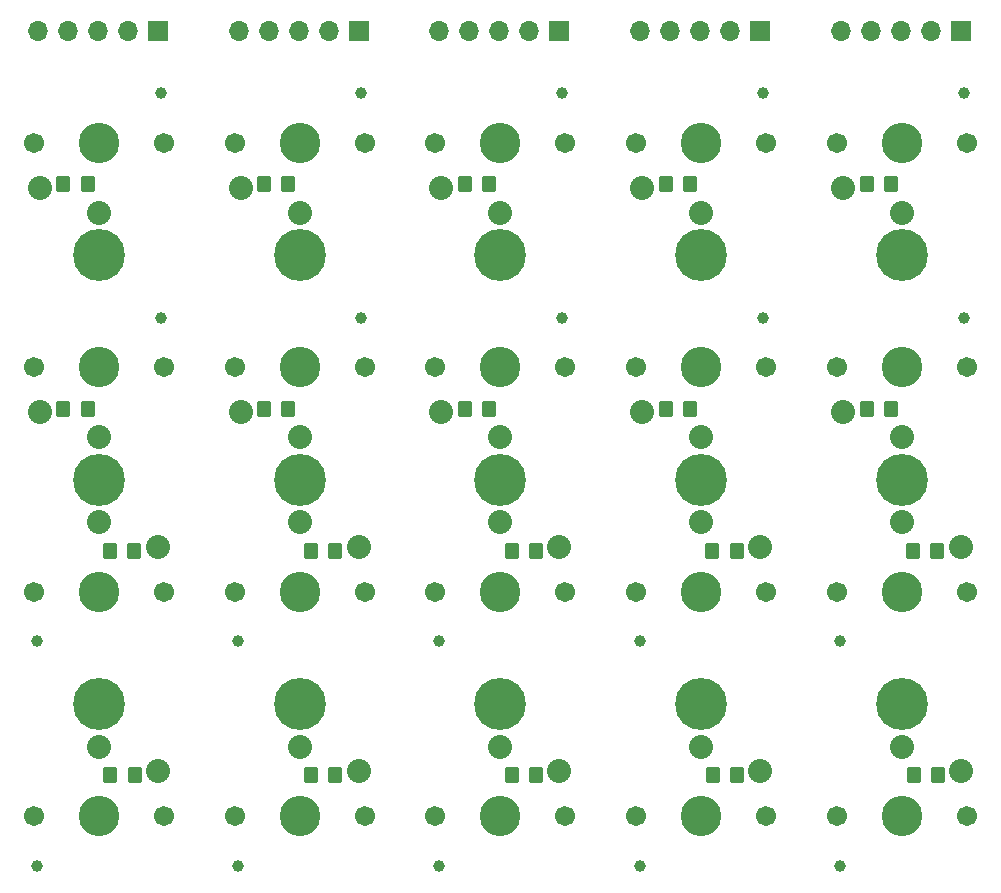
<source format=gbs>
%MOIN*%
%OFA0B0*%
%FSLAX46Y46*%
%IPPOS*%
%LPD*%
%AMRoundRect*
4,1,4,
0.07874015748031496,0.11811023622047245,
0.15748031496062992,0.19685039370078741,
0.23622047244094491,0.27559055118110237,
0.31496062992125984,0.35433070866141736,
0.07874015748031496,0.11811023622047245,
0*
1,1,$1,$2,$3*
1,1,$1,$2,$3*
1,1,$1,$2,$3*
1,1,$1,$2,$3*
20,1,$1,$2,$3,$4,$5,0*
20,1,$1,$2,$3,$4,$5,0*
20,1,$1,$2,$3,$4,$5,0*
20,1,$1,$2,$3,$4,$5,0*%
%AMCOMP3*
4,1,3,
-0.012795275590551183,-0.017716535433070866,
0.012795275590551183,-0.017716535433070866,
0.012795275590551183,0.017716535433070866,
-0.012795275590551183,0.017716535433070866,
0*
4,1,19,
-0.012795275590551183,-0.0078740157480314977,
-0.0097537697404040617,-0.0083557429498508518,
-0.0070099876742866826,-0.0097537697404040617,
-0.0048325098978843758,-0.011931247516806368,
-0.0034344831073311669,-0.014675029582923747,
-0.0029527559055118114,-0.017716535433070866,
-0.0034344831073311656,-0.020758041283217985,
-0.0048325098978843758,-0.023501823349335368,
-0.0070099876742866817,-0.025679301125737672,
-0.0097537697404040617,-0.027077327916290882,
-0.012795275590551181,-0.027559055118110236,
-0.015836781440698305,-0.027077327916290882,
-0.018580563506815681,-0.025679301125737675,
-0.020758041283217985,-0.023501823349335368,
-0.0221560680737712,-0.020758041283217992,
-0.022637795275590549,-0.017716535433070869,
-0.0221560680737712,-0.014675029582923748,
-0.020758041283217992,-0.011931247516806369,
-0.018580563506815684,-0.0097537697404040634,
-0.015836781440698305,-0.0083557429498508518,
0*
4,1,19,
0.012795275590551183,-0.0078740157480314977,
0.015836781440698302,-0.0083557429498508518,
0.018580563506815681,-0.0097537697404040617,
0.020758041283217985,-0.011931247516806368,
0.0221560680737712,-0.014675029582923747,
0.022637795275590549,-0.017716535433070866,
0.0221560680737712,-0.020758041283217985,
0.020758041283217985,-0.023501823349335368,
0.018580563506815681,-0.025679301125737672,
0.015836781440698302,-0.027077327916290882,
0.012795275590551184,-0.027559055118110236,
0.00975376974040406,-0.027077327916290882,
0.0070099876742866834,-0.025679301125737675,
0.0048325098978843775,-0.023501823349335368,
0.0034344831073311669,-0.020758041283217992,
0.0029527559055118114,-0.017716535433070869,
0.0034344831073311656,-0.014675029582923748,
0.0048325098978843749,-0.011931247516806369,
0.00700998767428668,-0.0097537697404040634,
0.00975376974040406,-0.0083557429498508518,
0*
4,1,19,
0.012795275590551183,0.027559055118110236,
0.015836781440698302,0.027077327916290882,
0.018580563506815681,0.025679301125737672,
0.020758041283217985,0.023501823349335368,
0.0221560680737712,0.020758041283217985,
0.022637795275590549,0.017716535433070866,
0.0221560680737712,0.014675029582923748,
0.020758041283217985,0.011931247516806368,
0.018580563506815681,0.0097537697404040634,
0.015836781440698302,0.0083557429498508518,
0.012795275590551184,0.0078740157480314977,
0.00975376974040406,0.0083557429498508518,
0.0070099876742866834,0.00975376974040406,
0.0048325098978843775,0.011931247516806368,
0.0034344831073311669,0.014675029582923745,
0.0029527559055118114,0.017716535433070866,
0.0034344831073311656,0.020758041283217985,
0.0048325098978843749,0.023501823349335368,
0.00700998767428668,0.025679301125737672,
0.00975376974040406,0.027077327916290882,
0*
4,1,19,
-0.012795275590551183,0.027559055118110236,
-0.0097537697404040617,0.027077327916290882,
-0.0070099876742866826,0.025679301125737672,
-0.0048325098978843758,0.023501823349335368,
-0.0034344831073311669,0.020758041283217985,
-0.0029527559055118114,0.017716535433070866,
-0.0034344831073311656,0.014675029582923748,
-0.0048325098978843758,0.011931247516806368,
-0.0070099876742866817,0.0097537697404040634,
-0.0097537697404040617,0.0083557429498508518,
-0.012795275590551181,0.0078740157480314977,
-0.015836781440698305,0.0083557429498508518,
-0.018580563506815681,0.00975376974040406,
-0.020758041283217985,0.011931247516806368,
-0.0221560680737712,0.014675029582923745,
-0.022637795275590549,0.017716535433070866,
-0.0221560680737712,0.020758041283217985,
-0.020758041283217992,0.023501823349335368,
-0.018580563506815684,0.025679301125737672,
-0.015836781440698305,0.027077327916290882,
0*
4,1,3,
-0.012795275590551183,-0.027559055118110236,
-0.012795275590551183,-0.0078740157480314977,
0.012795275590551183,-0.0078740157480314977,
0.012795275590551183,-0.027559055118110236,
0*
4,1,3,
0.022637795275590549,-0.017716535433070866,
0.0029527559055118114,-0.017716535433070866,
0.0029527559055118114,0.017716535433070866,
0.022637795275590549,0.017716535433070866,
0*
4,1,3,
0.012795275590551183,0.027559055118110236,
0.012795275590551183,0.0078740157480314977,
-0.012795275590551183,0.0078740157480314977,
-0.012795275590551183,0.027559055118110236,
0*
4,1,3,
-0.022637795275590549,0.017716535433070866,
-0.0029527559055118114,0.017716535433070866,
-0.0029527559055118114,-0.017716535433070866,
-0.022637795275590549,-0.017716535433070866,
0*%
%AMCOMP4*
4,1,3,
0.012795275590551183,0.017716535433070866,
-0.012795275590551183,0.017716535433070866,
-0.012795275590551183,-0.017716535433070866,
0.012795275590551183,-0.017716535433070866,
0*
4,1,19,
0.012795275590551183,0.027559055118110236,
0.015836781440698302,0.027077327916290882,
0.018580563506815681,0.025679301125737672,
0.020758041283217985,0.023501823349335368,
0.0221560680737712,0.020758041283217985,
0.022637795275590549,0.017716535433070866,
0.0221560680737712,0.014675029582923748,
0.020758041283217985,0.011931247516806368,
0.018580563506815681,0.0097537697404040634,
0.015836781440698302,0.0083557429498508518,
0.012795275590551184,0.0078740157480314977,
0.00975376974040406,0.0083557429498508518,
0.0070099876742866834,0.00975376974040406,
0.0048325098978843775,0.011931247516806368,
0.0034344831073311669,0.014675029582923745,
0.0029527559055118114,0.017716535433070866,
0.0034344831073311656,0.020758041283217985,
0.0048325098978843749,0.023501823349335368,
0.00700998767428668,0.025679301125737672,
0.00975376974040406,0.027077327916290882,
0*
4,1,19,
-0.012795275590551183,0.027559055118110236,
-0.0097537697404040617,0.027077327916290882,
-0.0070099876742866826,0.025679301125737672,
-0.0048325098978843758,0.023501823349335368,
-0.0034344831073311669,0.020758041283217985,
-0.0029527559055118114,0.017716535433070866,
-0.0034344831073311656,0.014675029582923748,
-0.0048325098978843758,0.011931247516806368,
-0.0070099876742866817,0.0097537697404040634,
-0.0097537697404040617,0.0083557429498508518,
-0.012795275590551181,0.0078740157480314977,
-0.015836781440698305,0.0083557429498508518,
-0.018580563506815681,0.00975376974040406,
-0.020758041283217985,0.011931247516806368,
-0.0221560680737712,0.014675029582923745,
-0.022637795275590549,0.017716535433070866,
-0.0221560680737712,0.020758041283217985,
-0.020758041283217992,0.023501823349335368,
-0.018580563506815684,0.025679301125737672,
-0.015836781440698305,0.027077327916290882,
0*
4,1,19,
-0.012795275590551183,-0.0078740157480314977,
-0.0097537697404040617,-0.0083557429498508518,
-0.0070099876742866826,-0.0097537697404040617,
-0.0048325098978843758,-0.011931247516806368,
-0.0034344831073311669,-0.014675029582923747,
-0.0029527559055118114,-0.017716535433070866,
-0.0034344831073311656,-0.020758041283217985,
-0.0048325098978843758,-0.023501823349335368,
-0.0070099876742866817,-0.025679301125737672,
-0.0097537697404040617,-0.027077327916290882,
-0.012795275590551181,-0.027559055118110236,
-0.015836781440698305,-0.027077327916290882,
-0.018580563506815681,-0.025679301125737675,
-0.020758041283217985,-0.023501823349335368,
-0.0221560680737712,-0.020758041283217992,
-0.022637795275590549,-0.017716535433070869,
-0.0221560680737712,-0.014675029582923748,
-0.020758041283217992,-0.011931247516806369,
-0.018580563506815684,-0.0097537697404040634,
-0.015836781440698305,-0.0083557429498508518,
0*
4,1,19,
0.012795275590551183,-0.0078740157480314977,
0.015836781440698302,-0.0083557429498508518,
0.018580563506815681,-0.0097537697404040617,
0.020758041283217985,-0.011931247516806368,
0.0221560680737712,-0.014675029582923747,
0.022637795275590549,-0.017716535433070866,
0.0221560680737712,-0.020758041283217985,
0.020758041283217985,-0.023501823349335368,
0.018580563506815681,-0.025679301125737672,
0.015836781440698302,-0.027077327916290882,
0.012795275590551184,-0.027559055118110236,
0.00975376974040406,-0.027077327916290882,
0.0070099876742866834,-0.025679301125737675,
0.0048325098978843775,-0.023501823349335368,
0.0034344831073311669,-0.020758041283217992,
0.0029527559055118114,-0.017716535433070869,
0.0034344831073311656,-0.014675029582923748,
0.0048325098978843749,-0.011931247516806369,
0.00700998767428668,-0.0097537697404040634,
0.00975376974040406,-0.0083557429498508518,
0*
4,1,3,
0.012795275590551183,0.027559055118110236,
0.012795275590551183,0.0078740157480314977,
-0.012795275590551183,0.0078740157480314977,
-0.012795275590551183,0.027559055118110236,
0*
4,1,3,
-0.022637795275590549,0.017716535433070866,
-0.0029527559055118114,0.017716535433070866,
-0.0029527559055118114,-0.017716535433070866,
-0.022637795275590549,-0.017716535433070866,
0*
4,1,3,
-0.012795275590551183,-0.027559055118110236,
-0.012795275590551183,-0.0078740157480314977,
0.012795275590551183,-0.0078740157480314977,
0.012795275590551183,-0.027559055118110236,
0*
4,1,3,
0.022637795275590549,-0.017716535433070866,
0.0029527559055118114,-0.017716535433070866,
0.0029527559055118114,0.017716535433070866,
0.022637795275590549,0.017716535433070866,
0*%
%AMRoundRect0*
4,1,4,
0.07874015748031496,0.11811023622047245,
0.15748031496062992,0.19685039370078741,
0.23622047244094491,0.27559055118110237,
0.31496062992125984,0.35433070866141736,
0.07874015748031496,0.11811023622047245,
0*
1,1,$1,$2,$3*
1,1,$1,$2,$3*
1,1,$1,$2,$3*
1,1,$1,$2,$3*
20,1,$1,$2,$3,$4,$5,0*
20,1,$1,$2,$3,$4,$5,0*
20,1,$1,$2,$3,$4,$5,0*
20,1,$1,$2,$3,$4,$5,0*%
%AMCOMP70*
4,1,3,
-0.012795275590551183,-0.017716535433070866,
0.012795275590551183,-0.017716535433070866,
0.012795275590551183,0.017716535433070866,
-0.012795275590551183,0.017716535433070866,
0*
4,1,19,
-0.012795275590551183,-0.0078740157480314977,
-0.0097537697404040617,-0.0083557429498508518,
-0.0070099876742866826,-0.0097537697404040617,
-0.0048325098978843758,-0.011931247516806368,
-0.0034344831073311669,-0.014675029582923747,
-0.0029527559055118114,-0.017716535433070866,
-0.0034344831073311656,-0.020758041283217985,
-0.0048325098978843758,-0.023501823349335368,
-0.0070099876742866817,-0.025679301125737672,
-0.0097537697404040617,-0.027077327916290882,
-0.012795275590551181,-0.027559055118110236,
-0.015836781440698305,-0.027077327916290882,
-0.018580563506815681,-0.025679301125737675,
-0.020758041283217985,-0.023501823349335368,
-0.0221560680737712,-0.020758041283217992,
-0.022637795275590549,-0.017716535433070869,
-0.0221560680737712,-0.014675029582923748,
-0.020758041283217992,-0.011931247516806369,
-0.018580563506815684,-0.0097537697404040634,
-0.015836781440698305,-0.0083557429498508518,
0*
4,1,19,
0.012795275590551183,-0.0078740157480314977,
0.015836781440698302,-0.0083557429498508518,
0.018580563506815681,-0.0097537697404040617,
0.020758041283217985,-0.011931247516806368,
0.0221560680737712,-0.014675029582923747,
0.022637795275590549,-0.017716535433070866,
0.0221560680737712,-0.020758041283217985,
0.020758041283217985,-0.023501823349335368,
0.018580563506815681,-0.025679301125737672,
0.015836781440698302,-0.027077327916290882,
0.012795275590551184,-0.027559055118110236,
0.00975376974040406,-0.027077327916290882,
0.0070099876742866834,-0.025679301125737675,
0.0048325098978843775,-0.023501823349335368,
0.0034344831073311669,-0.020758041283217992,
0.0029527559055118114,-0.017716535433070869,
0.0034344831073311656,-0.014675029582923748,
0.0048325098978843749,-0.011931247516806369,
0.00700998767428668,-0.0097537697404040634,
0.00975376974040406,-0.0083557429498508518,
0*
4,1,19,
0.012795275590551183,0.027559055118110236,
0.015836781440698302,0.027077327916290882,
0.018580563506815681,0.025679301125737672,
0.020758041283217985,0.023501823349335368,
0.0221560680737712,0.020758041283217985,
0.022637795275590549,0.017716535433070866,
0.0221560680737712,0.014675029582923748,
0.020758041283217985,0.011931247516806368,
0.018580563506815681,0.0097537697404040634,
0.015836781440698302,0.0083557429498508518,
0.012795275590551184,0.0078740157480314977,
0.00975376974040406,0.0083557429498508518,
0.0070099876742866834,0.00975376974040406,
0.0048325098978843775,0.011931247516806368,
0.0034344831073311669,0.014675029582923745,
0.0029527559055118114,0.017716535433070866,
0.0034344831073311656,0.020758041283217985,
0.0048325098978843749,0.023501823349335368,
0.00700998767428668,0.025679301125737672,
0.00975376974040406,0.027077327916290882,
0*
4,1,19,
-0.012795275590551183,0.027559055118110236,
-0.0097537697404040617,0.027077327916290882,
-0.0070099876742866826,0.025679301125737672,
-0.0048325098978843758,0.023501823349335368,
-0.0034344831073311669,0.020758041283217985,
-0.0029527559055118114,0.017716535433070866,
-0.0034344831073311656,0.014675029582923748,
-0.0048325098978843758,0.011931247516806368,
-0.0070099876742866817,0.0097537697404040634,
-0.0097537697404040617,0.0083557429498508518,
-0.012795275590551181,0.0078740157480314977,
-0.015836781440698305,0.0083557429498508518,
-0.018580563506815681,0.00975376974040406,
-0.020758041283217985,0.011931247516806368,
-0.0221560680737712,0.014675029582923745,
-0.022637795275590549,0.017716535433070866,
-0.0221560680737712,0.020758041283217985,
-0.020758041283217992,0.023501823349335368,
-0.018580563506815684,0.025679301125737672,
-0.015836781440698305,0.027077327916290882,
0*
4,1,3,
-0.012795275590551183,-0.027559055118110236,
-0.012795275590551183,-0.0078740157480314977,
0.012795275590551183,-0.0078740157480314977,
0.012795275590551183,-0.027559055118110236,
0*
4,1,3,
0.022637795275590549,-0.017716535433070866,
0.0029527559055118114,-0.017716535433070866,
0.0029527559055118114,0.017716535433070866,
0.022637795275590549,0.017716535433070866,
0*
4,1,3,
0.012795275590551183,0.027559055118110236,
0.012795275590551183,0.0078740157480314977,
-0.012795275590551183,0.0078740157480314977,
-0.012795275590551183,0.027559055118110236,
0*
4,1,3,
-0.022637795275590549,0.017716535433070866,
-0.0029527559055118114,0.017716535433070866,
-0.0029527559055118114,-0.017716535433070866,
-0.022637795275590549,-0.017716535433070866,
0*%
%AMCOMP80*
4,1,3,
0.012795275590551183,0.017716535433070866,
-0.012795275590551183,0.017716535433070866,
-0.012795275590551183,-0.017716535433070866,
0.012795275590551183,-0.017716535433070866,
0*
4,1,19,
0.012795275590551183,0.027559055118110236,
0.015836781440698302,0.027077327916290882,
0.018580563506815681,0.025679301125737672,
0.020758041283217985,0.023501823349335368,
0.0221560680737712,0.020758041283217985,
0.022637795275590549,0.017716535433070866,
0.0221560680737712,0.014675029582923748,
0.020758041283217985,0.011931247516806368,
0.018580563506815681,0.0097537697404040634,
0.015836781440698302,0.0083557429498508518,
0.012795275590551184,0.0078740157480314977,
0.00975376974040406,0.0083557429498508518,
0.0070099876742866834,0.00975376974040406,
0.0048325098978843775,0.011931247516806368,
0.0034344831073311669,0.014675029582923745,
0.0029527559055118114,0.017716535433070866,
0.0034344831073311656,0.020758041283217985,
0.0048325098978843749,0.023501823349335368,
0.00700998767428668,0.025679301125737672,
0.00975376974040406,0.027077327916290882,
0*
4,1,19,
-0.012795275590551183,0.027559055118110236,
-0.0097537697404040617,0.027077327916290882,
-0.0070099876742866826,0.025679301125737672,
-0.0048325098978843758,0.023501823349335368,
-0.0034344831073311669,0.020758041283217985,
-0.0029527559055118114,0.017716535433070866,
-0.0034344831073311656,0.014675029582923748,
-0.0048325098978843758,0.011931247516806368,
-0.0070099876742866817,0.0097537697404040634,
-0.0097537697404040617,0.0083557429498508518,
-0.012795275590551181,0.0078740157480314977,
-0.015836781440698305,0.0083557429498508518,
-0.018580563506815681,0.00975376974040406,
-0.020758041283217985,0.011931247516806368,
-0.0221560680737712,0.014675029582923745,
-0.022637795275590549,0.017716535433070866,
-0.0221560680737712,0.020758041283217985,
-0.020758041283217992,0.023501823349335368,
-0.018580563506815684,0.025679301125737672,
-0.015836781440698305,0.027077327916290882,
0*
4,1,19,
-0.012795275590551183,-0.0078740157480314977,
-0.0097537697404040617,-0.0083557429498508518,
-0.0070099876742866826,-0.0097537697404040617,
-0.0048325098978843758,-0.011931247516806368,
-0.0034344831073311669,-0.014675029582923747,
-0.0029527559055118114,-0.017716535433070866,
-0.0034344831073311656,-0.020758041283217985,
-0.0048325098978843758,-0.023501823349335368,
-0.0070099876742866817,-0.025679301125737672,
-0.0097537697404040617,-0.027077327916290882,
-0.012795275590551181,-0.027559055118110236,
-0.015836781440698305,-0.027077327916290882,
-0.018580563506815681,-0.025679301125737675,
-0.020758041283217985,-0.023501823349335368,
-0.0221560680737712,-0.020758041283217992,
-0.022637795275590549,-0.017716535433070869,
-0.0221560680737712,-0.014675029582923748,
-0.020758041283217992,-0.011931247516806369,
-0.018580563506815684,-0.0097537697404040634,
-0.015836781440698305,-0.0083557429498508518,
0*
4,1,19,
0.012795275590551183,-0.0078740157480314977,
0.015836781440698302,-0.0083557429498508518,
0.018580563506815681,-0.0097537697404040617,
0.020758041283217985,-0.011931247516806368,
0.0221560680737712,-0.014675029582923747,
0.022637795275590549,-0.017716535433070866,
0.0221560680737712,-0.020758041283217985,
0.020758041283217985,-0.023501823349335368,
0.018580563506815681,-0.025679301125737672,
0.015836781440698302,-0.027077327916290882,
0.012795275590551184,-0.027559055118110236,
0.00975376974040406,-0.027077327916290882,
0.0070099876742866834,-0.025679301125737675,
0.0048325098978843775,-0.023501823349335368,
0.0034344831073311669,-0.020758041283217992,
0.0029527559055118114,-0.017716535433070869,
0.0034344831073311656,-0.014675029582923748,
0.0048325098978843749,-0.011931247516806369,
0.00700998767428668,-0.0097537697404040634,
0.00975376974040406,-0.0083557429498508518,
0*
4,1,3,
0.012795275590551183,0.027559055118110236,
0.012795275590551183,0.0078740157480314977,
-0.012795275590551183,0.0078740157480314977,
-0.012795275590551183,0.027559055118110236,
0*
4,1,3,
-0.022637795275590549,0.017716535433070866,
-0.0029527559055118114,0.017716535433070866,
-0.0029527559055118114,-0.017716535433070866,
-0.022637795275590549,-0.017716535433070866,
0*
4,1,3,
-0.012795275590551183,-0.027559055118110236,
-0.012795275590551183,-0.0078740157480314977,
0.012795275590551183,-0.0078740157480314977,
0.012795275590551183,-0.027559055118110236,
0*
4,1,3,
0.022637795275590549,-0.017716535433070866,
0.0029527559055118114,-0.017716535433070866,
0.0029527559055118114,0.017716535433070866,
0.022637795275590549,0.017716535433070866,
0*%
%AMRoundRect1*
4,1,4,
0.07874015748031496,0.11811023622047245,
0.15748031496062992,0.19685039370078741,
0.23622047244094491,0.27559055118110237,
0.31496062992125984,0.35433070866141736,
0.07874015748031496,0.11811023622047245,
0*
1,1,$1,$2,$3*
1,1,$1,$2,$3*
1,1,$1,$2,$3*
1,1,$1,$2,$3*
20,1,$1,$2,$3,$4,$5,0*
20,1,$1,$2,$3,$4,$5,0*
20,1,$1,$2,$3,$4,$5,0*
20,1,$1,$2,$3,$4,$5,0*%
%AMCOMP110*
4,1,3,
-0.012795275590551183,-0.017716535433070866,
0.012795275590551183,-0.017716535433070866,
0.012795275590551183,0.017716535433070866,
-0.012795275590551183,0.017716535433070866,
0*
4,1,19,
-0.012795275590551183,-0.0078740157480314977,
-0.0097537697404040617,-0.0083557429498508518,
-0.0070099876742866826,-0.0097537697404040617,
-0.0048325098978843758,-0.011931247516806368,
-0.0034344831073311669,-0.014675029582923747,
-0.0029527559055118114,-0.017716535433070866,
-0.0034344831073311656,-0.020758041283217985,
-0.0048325098978843758,-0.023501823349335368,
-0.0070099876742866817,-0.025679301125737672,
-0.0097537697404040617,-0.027077327916290882,
-0.012795275590551181,-0.027559055118110236,
-0.015836781440698305,-0.027077327916290882,
-0.018580563506815681,-0.025679301125737675,
-0.020758041283217985,-0.023501823349335368,
-0.0221560680737712,-0.020758041283217992,
-0.022637795275590549,-0.017716535433070869,
-0.0221560680737712,-0.014675029582923748,
-0.020758041283217992,-0.011931247516806369,
-0.018580563506815684,-0.0097537697404040634,
-0.015836781440698305,-0.0083557429498508518,
0*
4,1,19,
0.012795275590551183,-0.0078740157480314977,
0.015836781440698302,-0.0083557429498508518,
0.018580563506815681,-0.0097537697404040617,
0.020758041283217985,-0.011931247516806368,
0.0221560680737712,-0.014675029582923747,
0.022637795275590549,-0.017716535433070866,
0.0221560680737712,-0.020758041283217985,
0.020758041283217985,-0.023501823349335368,
0.018580563506815681,-0.025679301125737672,
0.015836781440698302,-0.027077327916290882,
0.012795275590551184,-0.027559055118110236,
0.00975376974040406,-0.027077327916290882,
0.0070099876742866834,-0.025679301125737675,
0.0048325098978843775,-0.023501823349335368,
0.0034344831073311669,-0.020758041283217992,
0.0029527559055118114,-0.017716535433070869,
0.0034344831073311656,-0.014675029582923748,
0.0048325098978843749,-0.011931247516806369,
0.00700998767428668,-0.0097537697404040634,
0.00975376974040406,-0.0083557429498508518,
0*
4,1,19,
0.012795275590551183,0.027559055118110236,
0.015836781440698302,0.027077327916290882,
0.018580563506815681,0.025679301125737672,
0.020758041283217985,0.023501823349335368,
0.0221560680737712,0.020758041283217985,
0.022637795275590549,0.017716535433070866,
0.0221560680737712,0.014675029582923748,
0.020758041283217985,0.011931247516806368,
0.018580563506815681,0.0097537697404040634,
0.015836781440698302,0.0083557429498508518,
0.012795275590551184,0.0078740157480314977,
0.00975376974040406,0.0083557429498508518,
0.0070099876742866834,0.00975376974040406,
0.0048325098978843775,0.011931247516806368,
0.0034344831073311669,0.014675029582923745,
0.0029527559055118114,0.017716535433070866,
0.0034344831073311656,0.020758041283217985,
0.0048325098978843749,0.023501823349335368,
0.00700998767428668,0.025679301125737672,
0.00975376974040406,0.027077327916290882,
0*
4,1,19,
-0.012795275590551183,0.027559055118110236,
-0.0097537697404040617,0.027077327916290882,
-0.0070099876742866826,0.025679301125737672,
-0.0048325098978843758,0.023501823349335368,
-0.0034344831073311669,0.020758041283217985,
-0.0029527559055118114,0.017716535433070866,
-0.0034344831073311656,0.014675029582923748,
-0.0048325098978843758,0.011931247516806368,
-0.0070099876742866817,0.0097537697404040634,
-0.0097537697404040617,0.0083557429498508518,
-0.012795275590551181,0.0078740157480314977,
-0.015836781440698305,0.0083557429498508518,
-0.018580563506815681,0.00975376974040406,
-0.020758041283217985,0.011931247516806368,
-0.0221560680737712,0.014675029582923745,
-0.022637795275590549,0.017716535433070866,
-0.0221560680737712,0.020758041283217985,
-0.020758041283217992,0.023501823349335368,
-0.018580563506815684,0.025679301125737672,
-0.015836781440698305,0.027077327916290882,
0*
4,1,3,
-0.012795275590551183,-0.027559055118110236,
-0.012795275590551183,-0.0078740157480314977,
0.012795275590551183,-0.0078740157480314977,
0.012795275590551183,-0.027559055118110236,
0*
4,1,3,
0.022637795275590549,-0.017716535433070866,
0.0029527559055118114,-0.017716535433070866,
0.0029527559055118114,0.017716535433070866,
0.022637795275590549,0.017716535433070866,
0*
4,1,3,
0.012795275590551183,0.027559055118110236,
0.012795275590551183,0.0078740157480314977,
-0.012795275590551183,0.0078740157480314977,
-0.012795275590551183,0.027559055118110236,
0*
4,1,3,
-0.022637795275590549,0.017716535433070866,
-0.0029527559055118114,0.017716535433070866,
-0.0029527559055118114,-0.017716535433070866,
-0.022637795275590549,-0.017716535433070866,
0*%
%AMCOMP120*
4,1,3,
0.012795275590551183,0.017716535433070866,
-0.012795275590551183,0.017716535433070866,
-0.012795275590551183,-0.017716535433070866,
0.012795275590551183,-0.017716535433070866,
0*
4,1,19,
0.012795275590551183,0.027559055118110236,
0.015836781440698302,0.027077327916290882,
0.018580563506815681,0.025679301125737672,
0.020758041283217985,0.023501823349335368,
0.0221560680737712,0.020758041283217985,
0.022637795275590549,0.017716535433070866,
0.0221560680737712,0.014675029582923748,
0.020758041283217985,0.011931247516806368,
0.018580563506815681,0.0097537697404040634,
0.015836781440698302,0.0083557429498508518,
0.012795275590551184,0.0078740157480314977,
0.00975376974040406,0.0083557429498508518,
0.0070099876742866834,0.00975376974040406,
0.0048325098978843775,0.011931247516806368,
0.0034344831073311669,0.014675029582923745,
0.0029527559055118114,0.017716535433070866,
0.0034344831073311656,0.020758041283217985,
0.0048325098978843749,0.023501823349335368,
0.00700998767428668,0.025679301125737672,
0.00975376974040406,0.027077327916290882,
0*
4,1,19,
-0.012795275590551183,0.027559055118110236,
-0.0097537697404040617,0.027077327916290882,
-0.0070099876742866826,0.025679301125737672,
-0.0048325098978843758,0.023501823349335368,
-0.0034344831073311669,0.020758041283217985,
-0.0029527559055118114,0.017716535433070866,
-0.0034344831073311656,0.014675029582923748,
-0.0048325098978843758,0.011931247516806368,
-0.0070099876742866817,0.0097537697404040634,
-0.0097537697404040617,0.0083557429498508518,
-0.012795275590551181,0.0078740157480314977,
-0.015836781440698305,0.0083557429498508518,
-0.018580563506815681,0.00975376974040406,
-0.020758041283217985,0.011931247516806368,
-0.0221560680737712,0.014675029582923745,
-0.022637795275590549,0.017716535433070866,
-0.0221560680737712,0.020758041283217985,
-0.020758041283217992,0.023501823349335368,
-0.018580563506815684,0.025679301125737672,
-0.015836781440698305,0.027077327916290882,
0*
4,1,19,
-0.012795275590551183,-0.0078740157480314977,
-0.0097537697404040617,-0.0083557429498508518,
-0.0070099876742866826,-0.0097537697404040617,
-0.0048325098978843758,-0.011931247516806368,
-0.0034344831073311669,-0.014675029582923747,
-0.0029527559055118114,-0.017716535433070866,
-0.0034344831073311656,-0.020758041283217985,
-0.0048325098978843758,-0.023501823349335368,
-0.0070099876742866817,-0.025679301125737672,
-0.0097537697404040617,-0.027077327916290882,
-0.012795275590551181,-0.027559055118110236,
-0.015836781440698305,-0.027077327916290882,
-0.018580563506815681,-0.025679301125737675,
-0.020758041283217985,-0.023501823349335368,
-0.0221560680737712,-0.020758041283217992,
-0.022637795275590549,-0.017716535433070869,
-0.0221560680737712,-0.014675029582923748,
-0.020758041283217992,-0.011931247516806369,
-0.018580563506815684,-0.0097537697404040634,
-0.015836781440698305,-0.0083557429498508518,
0*
4,1,19,
0.012795275590551183,-0.0078740157480314977,
0.015836781440698302,-0.0083557429498508518,
0.018580563506815681,-0.0097537697404040617,
0.020758041283217985,-0.011931247516806368,
0.0221560680737712,-0.014675029582923747,
0.022637795275590549,-0.017716535433070866,
0.0221560680737712,-0.020758041283217985,
0.020758041283217985,-0.023501823349335368,
0.018580563506815681,-0.025679301125737672,
0.015836781440698302,-0.027077327916290882,
0.012795275590551184,-0.027559055118110236,
0.00975376974040406,-0.027077327916290882,
0.0070099876742866834,-0.025679301125737675,
0.0048325098978843775,-0.023501823349335368,
0.0034344831073311669,-0.020758041283217992,
0.0029527559055118114,-0.017716535433070869,
0.0034344831073311656,-0.014675029582923748,
0.0048325098978843749,-0.011931247516806369,
0.00700998767428668,-0.0097537697404040634,
0.00975376974040406,-0.0083557429498508518,
0*
4,1,3,
0.012795275590551183,0.027559055118110236,
0.012795275590551183,0.0078740157480314977,
-0.012795275590551183,0.0078740157480314977,
-0.012795275590551183,0.027559055118110236,
0*
4,1,3,
-0.022637795275590549,0.017716535433070866,
-0.0029527559055118114,0.017716535433070866,
-0.0029527559055118114,-0.017716535433070866,
-0.022637795275590549,-0.017716535433070866,
0*
4,1,3,
-0.012795275590551183,-0.027559055118110236,
-0.012795275590551183,-0.0078740157480314977,
0.012795275590551183,-0.0078740157480314977,
0.012795275590551183,-0.027559055118110236,
0*
4,1,3,
0.022637795275590549,-0.017716535433070866,
0.0029527559055118114,-0.017716535433070866,
0.0029527559055118114,0.017716535433070866,
0.022637795275590549,0.017716535433070866,
0*%
%AMRoundRect0*
4,1,4,
0.07874015748031496,0.11811023622047245,
0.15748031496062992,0.19685039370078741,
0.23622047244094491,0.27559055118110237,
0.31496062992125984,0.35433070866141736,
0.07874015748031496,0.11811023622047245,
0*
1,1,$1,$2,$3*
1,1,$1,$2,$3*
1,1,$1,$2,$3*
1,1,$1,$2,$3*
20,1,$1,$2,$3,$4,$5,0*
20,1,$1,$2,$3,$4,$5,0*
20,1,$1,$2,$3,$4,$5,0*
20,1,$1,$2,$3,$4,$5,0*%
%AMCOMP150*
4,1,3,
-0.012795275590551183,-0.017716535433070866,
0.012795275590551183,-0.017716535433070866,
0.012795275590551183,0.017716535433070866,
-0.012795275590551183,0.017716535433070866,
0*
4,1,19,
-0.012795275590551183,-0.0078740157480314977,
-0.0097537697404040617,-0.0083557429498508518,
-0.0070099876742866826,-0.0097537697404040617,
-0.0048325098978843758,-0.011931247516806368,
-0.0034344831073311669,-0.014675029582923747,
-0.0029527559055118114,-0.017716535433070866,
-0.0034344831073311656,-0.020758041283217985,
-0.0048325098978843758,-0.023501823349335368,
-0.0070099876742866817,-0.025679301125737672,
-0.0097537697404040617,-0.027077327916290882,
-0.012795275590551181,-0.027559055118110236,
-0.015836781440698305,-0.027077327916290882,
-0.018580563506815681,-0.025679301125737675,
-0.020758041283217985,-0.023501823349335368,
-0.0221560680737712,-0.020758041283217992,
-0.022637795275590549,-0.017716535433070869,
-0.0221560680737712,-0.014675029582923748,
-0.020758041283217992,-0.011931247516806369,
-0.018580563506815684,-0.0097537697404040634,
-0.015836781440698305,-0.0083557429498508518,
0*
4,1,19,
0.012795275590551183,-0.0078740157480314977,
0.015836781440698302,-0.0083557429498508518,
0.018580563506815681,-0.0097537697404040617,
0.020758041283217985,-0.011931247516806368,
0.0221560680737712,-0.014675029582923747,
0.022637795275590549,-0.017716535433070866,
0.0221560680737712,-0.020758041283217985,
0.020758041283217985,-0.023501823349335368,
0.018580563506815681,-0.025679301125737672,
0.015836781440698302,-0.027077327916290882,
0.012795275590551184,-0.027559055118110236,
0.00975376974040406,-0.027077327916290882,
0.0070099876742866834,-0.025679301125737675,
0.0048325098978843775,-0.023501823349335368,
0.0034344831073311669,-0.020758041283217992,
0.0029527559055118114,-0.017716535433070869,
0.0034344831073311656,-0.014675029582923748,
0.0048325098978843749,-0.011931247516806369,
0.00700998767428668,-0.0097537697404040634,
0.00975376974040406,-0.0083557429498508518,
0*
4,1,19,
0.012795275590551183,0.027559055118110236,
0.015836781440698302,0.027077327916290882,
0.018580563506815681,0.025679301125737672,
0.020758041283217985,0.023501823349335368,
0.0221560680737712,0.020758041283217985,
0.022637795275590549,0.017716535433070866,
0.0221560680737712,0.014675029582923748,
0.020758041283217985,0.011931247516806368,
0.018580563506815681,0.0097537697404040634,
0.015836781440698302,0.0083557429498508518,
0.012795275590551184,0.0078740157480314977,
0.00975376974040406,0.0083557429498508518,
0.0070099876742866834,0.00975376974040406,
0.0048325098978843775,0.011931247516806368,
0.0034344831073311669,0.014675029582923745,
0.0029527559055118114,0.017716535433070866,
0.0034344831073311656,0.020758041283217985,
0.0048325098978843749,0.023501823349335368,
0.00700998767428668,0.025679301125737672,
0.00975376974040406,0.027077327916290882,
0*
4,1,19,
-0.012795275590551183,0.027559055118110236,
-0.0097537697404040617,0.027077327916290882,
-0.0070099876742866826,0.025679301125737672,
-0.0048325098978843758,0.023501823349335368,
-0.0034344831073311669,0.020758041283217985,
-0.0029527559055118114,0.017716535433070866,
-0.0034344831073311656,0.014675029582923748,
-0.0048325098978843758,0.011931247516806368,
-0.0070099876742866817,0.0097537697404040634,
-0.0097537697404040617,0.0083557429498508518,
-0.012795275590551181,0.0078740157480314977,
-0.015836781440698305,0.0083557429498508518,
-0.018580563506815681,0.00975376974040406,
-0.020758041283217985,0.011931247516806368,
-0.0221560680737712,0.014675029582923745,
-0.022637795275590549,0.017716535433070866,
-0.0221560680737712,0.020758041283217985,
-0.020758041283217992,0.023501823349335368,
-0.018580563506815684,0.025679301125737672,
-0.015836781440698305,0.027077327916290882,
0*
4,1,3,
-0.012795275590551183,-0.027559055118110236,
-0.012795275590551183,-0.0078740157480314977,
0.012795275590551183,-0.0078740157480314977,
0.012795275590551183,-0.027559055118110236,
0*
4,1,3,
0.022637795275590549,-0.017716535433070866,
0.0029527559055118114,-0.017716535433070866,
0.0029527559055118114,0.017716535433070866,
0.022637795275590549,0.017716535433070866,
0*
4,1,3,
0.012795275590551183,0.027559055118110236,
0.012795275590551183,0.0078740157480314977,
-0.012795275590551183,0.0078740157480314977,
-0.012795275590551183,0.027559055118110236,
0*
4,1,3,
-0.022637795275590549,0.017716535433070866,
-0.0029527559055118114,0.017716535433070866,
-0.0029527559055118114,-0.017716535433070866,
-0.022637795275590549,-0.017716535433070866,
0*%
%AMCOMP160*
4,1,3,
0.012795275590551183,0.017716535433070866,
-0.012795275590551183,0.017716535433070866,
-0.012795275590551183,-0.017716535433070866,
0.012795275590551183,-0.017716535433070866,
0*
4,1,19,
0.012795275590551183,0.027559055118110236,
0.015836781440698302,0.027077327916290882,
0.018580563506815681,0.025679301125737672,
0.020758041283217985,0.023501823349335368,
0.0221560680737712,0.020758041283217985,
0.022637795275590549,0.017716535433070866,
0.0221560680737712,0.014675029582923748,
0.020758041283217985,0.011931247516806368,
0.018580563506815681,0.0097537697404040634,
0.015836781440698302,0.0083557429498508518,
0.012795275590551184,0.0078740157480314977,
0.00975376974040406,0.0083557429498508518,
0.0070099876742866834,0.00975376974040406,
0.0048325098978843775,0.011931247516806368,
0.0034344831073311669,0.014675029582923745,
0.0029527559055118114,0.017716535433070866,
0.0034344831073311656,0.020758041283217985,
0.0048325098978843749,0.023501823349335368,
0.00700998767428668,0.025679301125737672,
0.00975376974040406,0.027077327916290882,
0*
4,1,19,
-0.012795275590551183,0.027559055118110236,
-0.0097537697404040617,0.027077327916290882,
-0.0070099876742866826,0.025679301125737672,
-0.0048325098978843758,0.023501823349335368,
-0.0034344831073311669,0.020758041283217985,
-0.0029527559055118114,0.017716535433070866,
-0.0034344831073311656,0.014675029582923748,
-0.0048325098978843758,0.011931247516806368,
-0.0070099876742866817,0.0097537697404040634,
-0.0097537697404040617,0.0083557429498508518,
-0.012795275590551181,0.0078740157480314977,
-0.015836781440698305,0.0083557429498508518,
-0.018580563506815681,0.00975376974040406,
-0.020758041283217985,0.011931247516806368,
-0.0221560680737712,0.014675029582923745,
-0.022637795275590549,0.017716535433070866,
-0.0221560680737712,0.020758041283217985,
-0.020758041283217992,0.023501823349335368,
-0.018580563506815684,0.025679301125737672,
-0.015836781440698305,0.027077327916290882,
0*
4,1,19,
-0.012795275590551183,-0.0078740157480314977,
-0.0097537697404040617,-0.0083557429498508518,
-0.0070099876742866826,-0.0097537697404040617,
-0.0048325098978843758,-0.011931247516806368,
-0.0034344831073311669,-0.014675029582923747,
-0.0029527559055118114,-0.017716535433070866,
-0.0034344831073311656,-0.020758041283217985,
-0.0048325098978843758,-0.023501823349335368,
-0.0070099876742866817,-0.025679301125737672,
-0.0097537697404040617,-0.027077327916290882,
-0.012795275590551181,-0.027559055118110236,
-0.015836781440698305,-0.027077327916290882,
-0.018580563506815681,-0.025679301125737675,
-0.020758041283217985,-0.023501823349335368,
-0.0221560680737712,-0.020758041283217992,
-0.022637795275590549,-0.017716535433070869,
-0.0221560680737712,-0.014675029582923748,
-0.020758041283217992,-0.011931247516806369,
-0.018580563506815684,-0.0097537697404040634,
-0.015836781440698305,-0.0083557429498508518,
0*
4,1,19,
0.012795275590551183,-0.0078740157480314977,
0.015836781440698302,-0.0083557429498508518,
0.018580563506815681,-0.0097537697404040617,
0.020758041283217985,-0.011931247516806368,
0.0221560680737712,-0.014675029582923747,
0.022637795275590549,-0.017716535433070866,
0.0221560680737712,-0.020758041283217985,
0.020758041283217985,-0.023501823349335368,
0.018580563506815681,-0.025679301125737672,
0.015836781440698302,-0.027077327916290882,
0.012795275590551184,-0.027559055118110236,
0.00975376974040406,-0.027077327916290882,
0.0070099876742866834,-0.025679301125737675,
0.0048325098978843775,-0.023501823349335368,
0.0034344831073311669,-0.020758041283217992,
0.0029527559055118114,-0.017716535433070869,
0.0034344831073311656,-0.014675029582923748,
0.0048325098978843749,-0.011931247516806369,
0.00700998767428668,-0.0097537697404040634,
0.00975376974040406,-0.0083557429498508518,
0*
4,1,3,
0.012795275590551183,0.027559055118110236,
0.012795275590551183,0.0078740157480314977,
-0.012795275590551183,0.0078740157480314977,
-0.012795275590551183,0.027559055118110236,
0*
4,1,3,
-0.022637795275590549,0.017716535433070866,
-0.0029527559055118114,0.017716535433070866,
-0.0029527559055118114,-0.017716535433070866,
-0.022637795275590549,-0.017716535433070866,
0*
4,1,3,
-0.012795275590551183,-0.027559055118110236,
-0.012795275590551183,-0.0078740157480314977,
0.012795275590551183,-0.0078740157480314977,
0.012795275590551183,-0.027559055118110236,
0*
4,1,3,
0.022637795275590549,-0.017716535433070866,
0.0029527559055118114,-0.017716535433070866,
0.0029527559055118114,0.017716535433070866,
0.022637795275590549,0.017716535433070866,
0*%
%AMRoundRect1*
4,1,4,
0.07874015748031496,0.11811023622047245,
0.15748031496062992,0.19685039370078741,
0.23622047244094491,0.27559055118110237,
0.31496062992125984,0.35433070866141736,
0.07874015748031496,0.11811023622047245,
0*
1,1,$1,$2,$3*
1,1,$1,$2,$3*
1,1,$1,$2,$3*
1,1,$1,$2,$3*
20,1,$1,$2,$3,$4,$5,0*
20,1,$1,$2,$3,$4,$5,0*
20,1,$1,$2,$3,$4,$5,0*
20,1,$1,$2,$3,$4,$5,0*%
%AMCOMP190*
4,1,3,
-0.012795275590551183,-0.017716535433070866,
0.012795275590551183,-0.017716535433070866,
0.012795275590551183,0.017716535433070866,
-0.012795275590551183,0.017716535433070866,
0*
4,1,19,
-0.012795275590551183,-0.0078740157480314977,
-0.0097537697404040617,-0.0083557429498508518,
-0.0070099876742866826,-0.0097537697404040617,
-0.0048325098978843758,-0.011931247516806368,
-0.0034344831073311669,-0.014675029582923747,
-0.0029527559055118114,-0.017716535433070866,
-0.0034344831073311656,-0.020758041283217985,
-0.0048325098978843758,-0.023501823349335368,
-0.0070099876742866817,-0.025679301125737672,
-0.0097537697404040617,-0.027077327916290882,
-0.012795275590551181,-0.027559055118110236,
-0.015836781440698305,-0.027077327916290882,
-0.018580563506815681,-0.025679301125737675,
-0.020758041283217985,-0.023501823349335368,
-0.0221560680737712,-0.020758041283217992,
-0.022637795275590549,-0.017716535433070869,
-0.0221560680737712,-0.014675029582923748,
-0.020758041283217992,-0.011931247516806369,
-0.018580563506815684,-0.0097537697404040634,
-0.015836781440698305,-0.0083557429498508518,
0*
4,1,19,
0.012795275590551183,-0.0078740157480314977,
0.015836781440698302,-0.0083557429498508518,
0.018580563506815681,-0.0097537697404040617,
0.020758041283217985,-0.011931247516806368,
0.0221560680737712,-0.014675029582923747,
0.022637795275590549,-0.017716535433070866,
0.0221560680737712,-0.020758041283217985,
0.020758041283217985,-0.023501823349335368,
0.018580563506815681,-0.025679301125737672,
0.015836781440698302,-0.027077327916290882,
0.012795275590551184,-0.027559055118110236,
0.00975376974040406,-0.027077327916290882,
0.0070099876742866834,-0.025679301125737675,
0.0048325098978843775,-0.023501823349335368,
0.0034344831073311669,-0.020758041283217992,
0.0029527559055118114,-0.017716535433070869,
0.0034344831073311656,-0.014675029582923748,
0.0048325098978843749,-0.011931247516806369,
0.00700998767428668,-0.0097537697404040634,
0.00975376974040406,-0.0083557429498508518,
0*
4,1,19,
0.012795275590551183,0.027559055118110236,
0.015836781440698302,0.027077327916290882,
0.018580563506815681,0.025679301125737672,
0.020758041283217985,0.023501823349335368,
0.0221560680737712,0.020758041283217985,
0.022637795275590549,0.017716535433070866,
0.0221560680737712,0.014675029582923748,
0.020758041283217985,0.011931247516806368,
0.018580563506815681,0.0097537697404040634,
0.015836781440698302,0.0083557429498508518,
0.012795275590551184,0.0078740157480314977,
0.00975376974040406,0.0083557429498508518,
0.0070099876742866834,0.00975376974040406,
0.0048325098978843775,0.011931247516806368,
0.0034344831073311669,0.014675029582923745,
0.0029527559055118114,0.017716535433070866,
0.0034344831073311656,0.020758041283217985,
0.0048325098978843749,0.023501823349335368,
0.00700998767428668,0.025679301125737672,
0.00975376974040406,0.027077327916290882,
0*
4,1,19,
-0.012795275590551183,0.027559055118110236,
-0.0097537697404040617,0.027077327916290882,
-0.0070099876742866826,0.025679301125737672,
-0.0048325098978843758,0.023501823349335368,
-0.0034344831073311669,0.020758041283217985,
-0.0029527559055118114,0.017716535433070866,
-0.0034344831073311656,0.014675029582923748,
-0.0048325098978843758,0.011931247516806368,
-0.0070099876742866817,0.0097537697404040634,
-0.0097537697404040617,0.0083557429498508518,
-0.012795275590551181,0.0078740157480314977,
-0.015836781440698305,0.0083557429498508518,
-0.018580563506815681,0.00975376974040406,
-0.020758041283217985,0.011931247516806368,
-0.0221560680737712,0.014675029582923745,
-0.022637795275590549,0.017716535433070866,
-0.0221560680737712,0.020758041283217985,
-0.020758041283217992,0.023501823349335368,
-0.018580563506815684,0.025679301125737672,
-0.015836781440698305,0.027077327916290882,
0*
4,1,3,
-0.012795275590551183,-0.027559055118110236,
-0.012795275590551183,-0.0078740157480314977,
0.012795275590551183,-0.0078740157480314977,
0.012795275590551183,-0.027559055118110236,
0*
4,1,3,
0.022637795275590549,-0.017716535433070866,
0.0029527559055118114,-0.017716535433070866,
0.0029527559055118114,0.017716535433070866,
0.022637795275590549,0.017716535433070866,
0*
4,1,3,
0.012795275590551183,0.027559055118110236,
0.012795275590551183,0.0078740157480314977,
-0.012795275590551183,0.0078740157480314977,
-0.012795275590551183,0.027559055118110236,
0*
4,1,3,
-0.022637795275590549,0.017716535433070866,
-0.0029527559055118114,0.017716535433070866,
-0.0029527559055118114,-0.017716535433070866,
-0.022637795275590549,-0.017716535433070866,
0*%
%AMCOMP200*
4,1,3,
0.012795275590551183,0.017716535433070866,
-0.012795275590551183,0.017716535433070866,
-0.012795275590551183,-0.017716535433070866,
0.012795275590551183,-0.017716535433070866,
0*
4,1,19,
0.012795275590551183,0.027559055118110236,
0.015836781440698302,0.027077327916290882,
0.018580563506815681,0.025679301125737672,
0.020758041283217985,0.023501823349335368,
0.0221560680737712,0.020758041283217985,
0.022637795275590549,0.017716535433070866,
0.0221560680737712,0.014675029582923748,
0.020758041283217985,0.011931247516806368,
0.018580563506815681,0.0097537697404040634,
0.015836781440698302,0.0083557429498508518,
0.012795275590551184,0.0078740157480314977,
0.00975376974040406,0.0083557429498508518,
0.0070099876742866834,0.00975376974040406,
0.0048325098978843775,0.011931247516806368,
0.0034344831073311669,0.014675029582923745,
0.0029527559055118114,0.017716535433070866,
0.0034344831073311656,0.020758041283217985,
0.0048325098978843749,0.023501823349335368,
0.00700998767428668,0.025679301125737672,
0.00975376974040406,0.027077327916290882,
0*
4,1,19,
-0.012795275590551183,0.027559055118110236,
-0.0097537697404040617,0.027077327916290882,
-0.0070099876742866826,0.025679301125737672,
-0.0048325098978843758,0.023501823349335368,
-0.0034344831073311669,0.020758041283217985,
-0.0029527559055118114,0.017716535433070866,
-0.0034344831073311656,0.014675029582923748,
-0.0048325098978843758,0.011931247516806368,
-0.0070099876742866817,0.0097537697404040634,
-0.0097537697404040617,0.0083557429498508518,
-0.012795275590551181,0.0078740157480314977,
-0.015836781440698305,0.0083557429498508518,
-0.018580563506815681,0.00975376974040406,
-0.020758041283217985,0.011931247516806368,
-0.0221560680737712,0.014675029582923745,
-0.022637795275590549,0.017716535433070866,
-0.0221560680737712,0.020758041283217985,
-0.020758041283217992,0.023501823349335368,
-0.018580563506815684,0.025679301125737672,
-0.015836781440698305,0.027077327916290882,
0*
4,1,19,
-0.012795275590551183,-0.0078740157480314977,
-0.0097537697404040617,-0.0083557429498508518,
-0.0070099876742866826,-0.0097537697404040617,
-0.0048325098978843758,-0.011931247516806368,
-0.0034344831073311669,-0.014675029582923747,
-0.0029527559055118114,-0.017716535433070866,
-0.0034344831073311656,-0.020758041283217985,
-0.0048325098978843758,-0.023501823349335368,
-0.0070099876742866817,-0.025679301125737672,
-0.0097537697404040617,-0.027077327916290882,
-0.012795275590551181,-0.027559055118110236,
-0.015836781440698305,-0.027077327916290882,
-0.018580563506815681,-0.025679301125737675,
-0.020758041283217985,-0.023501823349335368,
-0.0221560680737712,-0.020758041283217992,
-0.022637795275590549,-0.017716535433070869,
-0.0221560680737712,-0.014675029582923748,
-0.020758041283217992,-0.011931247516806369,
-0.018580563506815684,-0.0097537697404040634,
-0.015836781440698305,-0.0083557429498508518,
0*
4,1,19,
0.012795275590551183,-0.0078740157480314977,
0.015836781440698302,-0.0083557429498508518,
0.018580563506815681,-0.0097537697404040617,
0.020758041283217985,-0.011931247516806368,
0.0221560680737712,-0.014675029582923747,
0.022637795275590549,-0.017716535433070866,
0.0221560680737712,-0.020758041283217985,
0.020758041283217985,-0.023501823349335368,
0.018580563506815681,-0.025679301125737672,
0.015836781440698302,-0.027077327916290882,
0.012795275590551184,-0.027559055118110236,
0.00975376974040406,-0.027077327916290882,
0.0070099876742866834,-0.025679301125737675,
0.0048325098978843775,-0.023501823349335368,
0.0034344831073311669,-0.020758041283217992,
0.0029527559055118114,-0.017716535433070869,
0.0034344831073311656,-0.014675029582923748,
0.0048325098978843749,-0.011931247516806369,
0.00700998767428668,-0.0097537697404040634,
0.00975376974040406,-0.0083557429498508518,
0*
4,1,3,
0.012795275590551183,0.027559055118110236,
0.012795275590551183,0.0078740157480314977,
-0.012795275590551183,0.0078740157480314977,
-0.012795275590551183,0.027559055118110236,
0*
4,1,3,
-0.022637795275590549,0.017716535433070866,
-0.0029527559055118114,0.017716535433070866,
-0.0029527559055118114,-0.017716535433070866,
-0.022637795275590549,-0.017716535433070866,
0*
4,1,3,
-0.012795275590551183,-0.027559055118110236,
-0.012795275590551183,-0.0078740157480314977,
0.012795275590551183,-0.0078740157480314977,
0.012795275590551183,-0.027559055118110236,
0*
4,1,3,
0.022637795275590549,-0.017716535433070866,
0.0029527559055118114,-0.017716535433070866,
0.0029527559055118114,0.017716535433070866,
0.022637795275590549,0.017716535433070866,
0*%
%ADD10R,0.066929133858267723X0.066929133858267723*%
%ADD11O,0.066929133858267723X0.066929133858267723*%
%ADD12C,0.135*%
%ADD13C,0.08*%
%ADD14C,0.039000000000000007*%
%ADD15C,0.067*%
%AMCOMP21*
4,1,3,
-0.012795275590551183,-0.017716535433070866,
0.012795275590551183,-0.017716535433070866,
0.012795275590551183,0.017716535433070866,
-0.012795275590551183,0.017716535433070866,
0*
4,1,19,
-0.012795275590551183,-0.0078740157480314977,
-0.0097537697404040617,-0.0083557429498508518,
-0.0070099876742866826,-0.0097537697404040617,
-0.0048325098978843758,-0.011931247516806368,
-0.0034344831073311669,-0.014675029582923747,
-0.0029527559055118114,-0.017716535433070866,
-0.0034344831073311656,-0.020758041283217985,
-0.0048325098978843758,-0.023501823349335368,
-0.0070099876742866817,-0.025679301125737672,
-0.0097537697404040617,-0.027077327916290882,
-0.012795275590551181,-0.027559055118110236,
-0.015836781440698305,-0.027077327916290882,
-0.018580563506815681,-0.025679301125737675,
-0.020758041283217985,-0.023501823349335368,
-0.0221560680737712,-0.020758041283217992,
-0.022637795275590549,-0.017716535433070869,
-0.0221560680737712,-0.014675029582923748,
-0.020758041283217992,-0.011931247516806369,
-0.018580563506815684,-0.0097537697404040634,
-0.015836781440698305,-0.0083557429498508518,
0*
4,1,19,
0.012795275590551183,-0.0078740157480314977,
0.015836781440698302,-0.0083557429498508518,
0.018580563506815681,-0.0097537697404040617,
0.020758041283217985,-0.011931247516806368,
0.0221560680737712,-0.014675029582923747,
0.022637795275590549,-0.017716535433070866,
0.0221560680737712,-0.020758041283217985,
0.020758041283217985,-0.023501823349335368,
0.018580563506815681,-0.025679301125737672,
0.015836781440698302,-0.027077327916290882,
0.012795275590551184,-0.027559055118110236,
0.00975376974040406,-0.027077327916290882,
0.0070099876742866834,-0.025679301125737675,
0.0048325098978843775,-0.023501823349335368,
0.0034344831073311669,-0.020758041283217992,
0.0029527559055118114,-0.017716535433070869,
0.0034344831073311656,-0.014675029582923748,
0.0048325098978843749,-0.011931247516806369,
0.00700998767428668,-0.0097537697404040634,
0.00975376974040406,-0.0083557429498508518,
0*
4,1,19,
0.012795275590551183,0.027559055118110236,
0.015836781440698302,0.027077327916290882,
0.018580563506815681,0.025679301125737672,
0.020758041283217985,0.023501823349335368,
0.0221560680737712,0.020758041283217985,
0.022637795275590549,0.017716535433070866,
0.0221560680737712,0.014675029582923748,
0.020758041283217985,0.011931247516806368,
0.018580563506815681,0.0097537697404040634,
0.015836781440698302,0.0083557429498508518,
0.012795275590551184,0.0078740157480314977,
0.00975376974040406,0.0083557429498508518,
0.0070099876742866834,0.00975376974040406,
0.0048325098978843775,0.011931247516806368,
0.0034344831073311669,0.014675029582923745,
0.0029527559055118114,0.017716535433070866,
0.0034344831073311656,0.020758041283217985,
0.0048325098978843749,0.023501823349335368,
0.00700998767428668,0.025679301125737672,
0.00975376974040406,0.027077327916290882,
0*
4,1,19,
-0.012795275590551183,0.027559055118110236,
-0.0097537697404040617,0.027077327916290882,
-0.0070099876742866826,0.025679301125737672,
-0.0048325098978843758,0.023501823349335368,
-0.0034344831073311669,0.020758041283217985,
-0.0029527559055118114,0.017716535433070866,
-0.0034344831073311656,0.014675029582923748,
-0.0048325098978843758,0.011931247516806368,
-0.0070099876742866817,0.0097537697404040634,
-0.0097537697404040617,0.0083557429498508518,
-0.012795275590551181,0.0078740157480314977,
-0.015836781440698305,0.0083557429498508518,
-0.018580563506815681,0.00975376974040406,
-0.020758041283217985,0.011931247516806368,
-0.0221560680737712,0.014675029582923745,
-0.022637795275590549,0.017716535433070866,
-0.0221560680737712,0.020758041283217985,
-0.020758041283217992,0.023501823349335368,
-0.018580563506815684,0.025679301125737672,
-0.015836781440698305,0.027077327916290882,
0*
4,1,3,
-0.012795275590551183,-0.027559055118110236,
-0.012795275590551183,-0.0078740157480314977,
0.012795275590551183,-0.0078740157480314977,
0.012795275590551183,-0.027559055118110236,
0*
4,1,3,
0.022637795275590549,-0.017716535433070866,
0.0029527559055118114,-0.017716535433070866,
0.0029527559055118114,0.017716535433070866,
0.022637795275590549,0.017716535433070866,
0*
4,1,3,
0.012795275590551183,0.027559055118110236,
0.012795275590551183,0.0078740157480314977,
-0.012795275590551183,0.0078740157480314977,
-0.012795275590551183,0.027559055118110236,
0*
4,1,3,
-0.022637795275590549,0.017716535433070866,
-0.0029527559055118114,0.017716535433070866,
-0.0029527559055118114,-0.017716535433070866,
-0.022637795275590549,-0.017716535433070866,
0*%
%ADD16COMP21,0.25X-0.325X-0.45X0.325X-0.45X0.325X0.45X-0.325X0.45X0*%
%AMCOMP22*
4,1,3,
0.012795275590551183,0.017716535433070866,
-0.012795275590551183,0.017716535433070866,
-0.012795275590551183,-0.017716535433070866,
0.012795275590551183,-0.017716535433070866,
0*
4,1,19,
0.012795275590551183,0.027559055118110236,
0.015836781440698302,0.027077327916290882,
0.018580563506815681,0.025679301125737672,
0.020758041283217985,0.023501823349335368,
0.0221560680737712,0.020758041283217985,
0.022637795275590549,0.017716535433070866,
0.0221560680737712,0.014675029582923748,
0.020758041283217985,0.011931247516806368,
0.018580563506815681,0.0097537697404040634,
0.015836781440698302,0.0083557429498508518,
0.012795275590551184,0.0078740157480314977,
0.00975376974040406,0.0083557429498508518,
0.0070099876742866834,0.00975376974040406,
0.0048325098978843775,0.011931247516806368,
0.0034344831073311669,0.014675029582923745,
0.0029527559055118114,0.017716535433070866,
0.0034344831073311656,0.020758041283217985,
0.0048325098978843749,0.023501823349335368,
0.00700998767428668,0.025679301125737672,
0.00975376974040406,0.027077327916290882,
0*
4,1,19,
-0.012795275590551183,0.027559055118110236,
-0.0097537697404040617,0.027077327916290882,
-0.0070099876742866826,0.025679301125737672,
-0.0048325098978843758,0.023501823349335368,
-0.0034344831073311669,0.020758041283217985,
-0.0029527559055118114,0.017716535433070866,
-0.0034344831073311656,0.014675029582923748,
-0.0048325098978843758,0.011931247516806368,
-0.0070099876742866817,0.0097537697404040634,
-0.0097537697404040617,0.0083557429498508518,
-0.012795275590551181,0.0078740157480314977,
-0.015836781440698305,0.0083557429498508518,
-0.018580563506815681,0.00975376974040406,
-0.020758041283217985,0.011931247516806368,
-0.0221560680737712,0.014675029582923745,
-0.022637795275590549,0.017716535433070866,
-0.0221560680737712,0.020758041283217985,
-0.020758041283217992,0.023501823349335368,
-0.018580563506815684,0.025679301125737672,
-0.015836781440698305,0.027077327916290882,
0*
4,1,19,
-0.012795275590551183,-0.0078740157480314977,
-0.0097537697404040617,-0.0083557429498508518,
-0.0070099876742866826,-0.0097537697404040617,
-0.0048325098978843758,-0.011931247516806368,
-0.0034344831073311669,-0.014675029582923747,
-0.0029527559055118114,-0.017716535433070866,
-0.0034344831073311656,-0.020758041283217985,
-0.0048325098978843758,-0.023501823349335368,
-0.0070099876742866817,-0.025679301125737672,
-0.0097537697404040617,-0.027077327916290882,
-0.012795275590551181,-0.027559055118110236,
-0.015836781440698305,-0.027077327916290882,
-0.018580563506815681,-0.025679301125737675,
-0.020758041283217985,-0.023501823349335368,
-0.0221560680737712,-0.020758041283217992,
-0.022637795275590549,-0.017716535433070869,
-0.0221560680737712,-0.014675029582923748,
-0.020758041283217992,-0.011931247516806369,
-0.018580563506815684,-0.0097537697404040634,
-0.015836781440698305,-0.0083557429498508518,
0*
4,1,19,
0.012795275590551183,-0.0078740157480314977,
0.015836781440698302,-0.0083557429498508518,
0.018580563506815681,-0.0097537697404040617,
0.020758041283217985,-0.011931247516806368,
0.0221560680737712,-0.014675029582923747,
0.022637795275590549,-0.017716535433070866,
0.0221560680737712,-0.020758041283217985,
0.020758041283217985,-0.023501823349335368,
0.018580563506815681,-0.025679301125737672,
0.015836781440698302,-0.027077327916290882,
0.012795275590551184,-0.027559055118110236,
0.00975376974040406,-0.027077327916290882,
0.0070099876742866834,-0.025679301125737675,
0.0048325098978843775,-0.023501823349335368,
0.0034344831073311669,-0.020758041283217992,
0.0029527559055118114,-0.017716535433070869,
0.0034344831073311656,-0.014675029582923748,
0.0048325098978843749,-0.011931247516806369,
0.00700998767428668,-0.0097537697404040634,
0.00975376974040406,-0.0083557429498508518,
0*
4,1,3,
0.012795275590551183,0.027559055118110236,
0.012795275590551183,0.0078740157480314977,
-0.012795275590551183,0.0078740157480314977,
-0.012795275590551183,0.027559055118110236,
0*
4,1,3,
-0.022637795275590549,0.017716535433070866,
-0.0029527559055118114,0.017716535433070866,
-0.0029527559055118114,-0.017716535433070866,
-0.022637795275590549,-0.017716535433070866,
0*
4,1,3,
-0.012795275590551183,-0.027559055118110236,
-0.012795275590551183,-0.0078740157480314977,
0.012795275590551183,-0.0078740157480314977,
0.012795275590551183,-0.027559055118110236,
0*
4,1,3,
0.022637795275590549,-0.017716535433070866,
0.0029527559055118114,-0.017716535433070866,
0.0029527559055118114,0.017716535433070866,
0.022637795275590549,0.017716535433070866,
0*%
%ADD17COMP22,0.25X0.325X0.45X-0.325X0.45X-0.325X-0.45X0.325X-0.45X0*%
%ADD18C,0.17322834645669294*%
%ADD29R,0.066929133858267723X0.066929133858267723*%
%ADD30O,0.066929133858267723X0.066929133858267723*%
%ADD31C,0.135*%
%ADD32C,0.08*%
%ADD33C,0.039000000000000007*%
%ADD34C,0.067*%
%AMCOMP23*
4,1,3,
-0.012795275590551183,-0.017716535433070866,
0.012795275590551183,-0.017716535433070866,
0.012795275590551183,0.017716535433070866,
-0.012795275590551183,0.017716535433070866,
0*
4,1,19,
-0.012795275590551183,-0.0078740157480314977,
-0.0097537697404040617,-0.0083557429498508518,
-0.0070099876742866826,-0.0097537697404040617,
-0.0048325098978843758,-0.011931247516806368,
-0.0034344831073311669,-0.014675029582923747,
-0.0029527559055118114,-0.017716535433070866,
-0.0034344831073311656,-0.020758041283217985,
-0.0048325098978843758,-0.023501823349335368,
-0.0070099876742866817,-0.025679301125737672,
-0.0097537697404040617,-0.027077327916290882,
-0.012795275590551181,-0.027559055118110236,
-0.015836781440698305,-0.027077327916290882,
-0.018580563506815681,-0.025679301125737675,
-0.020758041283217985,-0.023501823349335368,
-0.0221560680737712,-0.020758041283217992,
-0.022637795275590549,-0.017716535433070869,
-0.0221560680737712,-0.014675029582923748,
-0.020758041283217992,-0.011931247516806369,
-0.018580563506815684,-0.0097537697404040634,
-0.015836781440698305,-0.0083557429498508518,
0*
4,1,19,
0.012795275590551183,-0.0078740157480314977,
0.015836781440698302,-0.0083557429498508518,
0.018580563506815681,-0.0097537697404040617,
0.020758041283217985,-0.011931247516806368,
0.0221560680737712,-0.014675029582923747,
0.022637795275590549,-0.017716535433070866,
0.0221560680737712,-0.020758041283217985,
0.020758041283217985,-0.023501823349335368,
0.018580563506815681,-0.025679301125737672,
0.015836781440698302,-0.027077327916290882,
0.012795275590551184,-0.027559055118110236,
0.00975376974040406,-0.027077327916290882,
0.0070099876742866834,-0.025679301125737675,
0.0048325098978843775,-0.023501823349335368,
0.0034344831073311669,-0.020758041283217992,
0.0029527559055118114,-0.017716535433070869,
0.0034344831073311656,-0.014675029582923748,
0.0048325098978843749,-0.011931247516806369,
0.00700998767428668,-0.0097537697404040634,
0.00975376974040406,-0.0083557429498508518,
0*
4,1,19,
0.012795275590551183,0.027559055118110236,
0.015836781440698302,0.027077327916290882,
0.018580563506815681,0.025679301125737672,
0.020758041283217985,0.023501823349335368,
0.0221560680737712,0.020758041283217985,
0.022637795275590549,0.017716535433070866,
0.0221560680737712,0.014675029582923748,
0.020758041283217985,0.011931247516806368,
0.018580563506815681,0.0097537697404040634,
0.015836781440698302,0.0083557429498508518,
0.012795275590551184,0.0078740157480314977,
0.00975376974040406,0.0083557429498508518,
0.0070099876742866834,0.00975376974040406,
0.0048325098978843775,0.011931247516806368,
0.0034344831073311669,0.014675029582923745,
0.0029527559055118114,0.017716535433070866,
0.0034344831073311656,0.020758041283217985,
0.0048325098978843749,0.023501823349335368,
0.00700998767428668,0.025679301125737672,
0.00975376974040406,0.027077327916290882,
0*
4,1,19,
-0.012795275590551183,0.027559055118110236,
-0.0097537697404040617,0.027077327916290882,
-0.0070099876742866826,0.025679301125737672,
-0.0048325098978843758,0.023501823349335368,
-0.0034344831073311669,0.020758041283217985,
-0.0029527559055118114,0.017716535433070866,
-0.0034344831073311656,0.014675029582923748,
-0.0048325098978843758,0.011931247516806368,
-0.0070099876742866817,0.0097537697404040634,
-0.0097537697404040617,0.0083557429498508518,
-0.012795275590551181,0.0078740157480314977,
-0.015836781440698305,0.0083557429498508518,
-0.018580563506815681,0.00975376974040406,
-0.020758041283217985,0.011931247516806368,
-0.0221560680737712,0.014675029582923745,
-0.022637795275590549,0.017716535433070866,
-0.0221560680737712,0.020758041283217985,
-0.020758041283217992,0.023501823349335368,
-0.018580563506815684,0.025679301125737672,
-0.015836781440698305,0.027077327916290882,
0*
4,1,3,
-0.012795275590551183,-0.027559055118110236,
-0.012795275590551183,-0.0078740157480314977,
0.012795275590551183,-0.0078740157480314977,
0.012795275590551183,-0.027559055118110236,
0*
4,1,3,
0.022637795275590549,-0.017716535433070866,
0.0029527559055118114,-0.017716535433070866,
0.0029527559055118114,0.017716535433070866,
0.022637795275590549,0.017716535433070866,
0*
4,1,3,
0.012795275590551183,0.027559055118110236,
0.012795275590551183,0.0078740157480314977,
-0.012795275590551183,0.0078740157480314977,
-0.012795275590551183,0.027559055118110236,
0*
4,1,3,
-0.022637795275590549,0.017716535433070866,
-0.0029527559055118114,0.017716535433070866,
-0.0029527559055118114,-0.017716535433070866,
-0.022637795275590549,-0.017716535433070866,
0*%
%ADD35COMP23,0.25X-0.325X-0.45X0.325X-0.45X0.325X0.45X-0.325X0.45X0*%
%AMCOMP24*
4,1,3,
0.012795275590551183,0.017716535433070866,
-0.012795275590551183,0.017716535433070866,
-0.012795275590551183,-0.017716535433070866,
0.012795275590551183,-0.017716535433070866,
0*
4,1,19,
0.012795275590551183,0.027559055118110236,
0.015836781440698302,0.027077327916290882,
0.018580563506815681,0.025679301125737672,
0.020758041283217985,0.023501823349335368,
0.0221560680737712,0.020758041283217985,
0.022637795275590549,0.017716535433070866,
0.0221560680737712,0.014675029582923748,
0.020758041283217985,0.011931247516806368,
0.018580563506815681,0.0097537697404040634,
0.015836781440698302,0.0083557429498508518,
0.012795275590551184,0.0078740157480314977,
0.00975376974040406,0.0083557429498508518,
0.0070099876742866834,0.00975376974040406,
0.0048325098978843775,0.011931247516806368,
0.0034344831073311669,0.014675029582923745,
0.0029527559055118114,0.017716535433070866,
0.0034344831073311656,0.020758041283217985,
0.0048325098978843749,0.023501823349335368,
0.00700998767428668,0.025679301125737672,
0.00975376974040406,0.027077327916290882,
0*
4,1,19,
-0.012795275590551183,0.027559055118110236,
-0.0097537697404040617,0.027077327916290882,
-0.0070099876742866826,0.025679301125737672,
-0.0048325098978843758,0.023501823349335368,
-0.0034344831073311669,0.020758041283217985,
-0.0029527559055118114,0.017716535433070866,
-0.0034344831073311656,0.014675029582923748,
-0.0048325098978843758,0.011931247516806368,
-0.0070099876742866817,0.0097537697404040634,
-0.0097537697404040617,0.0083557429498508518,
-0.012795275590551181,0.0078740157480314977,
-0.015836781440698305,0.0083557429498508518,
-0.018580563506815681,0.00975376974040406,
-0.020758041283217985,0.011931247516806368,
-0.0221560680737712,0.014675029582923745,
-0.022637795275590549,0.017716535433070866,
-0.0221560680737712,0.020758041283217985,
-0.020758041283217992,0.023501823349335368,
-0.018580563506815684,0.025679301125737672,
-0.015836781440698305,0.027077327916290882,
0*
4,1,19,
-0.012795275590551183,-0.0078740157480314977,
-0.0097537697404040617,-0.0083557429498508518,
-0.0070099876742866826,-0.0097537697404040617,
-0.0048325098978843758,-0.011931247516806368,
-0.0034344831073311669,-0.014675029582923747,
-0.0029527559055118114,-0.017716535433070866,
-0.0034344831073311656,-0.020758041283217985,
-0.0048325098978843758,-0.023501823349335368,
-0.0070099876742866817,-0.025679301125737672,
-0.0097537697404040617,-0.027077327916290882,
-0.012795275590551181,-0.027559055118110236,
-0.015836781440698305,-0.027077327916290882,
-0.018580563506815681,-0.025679301125737675,
-0.020758041283217985,-0.023501823349335368,
-0.0221560680737712,-0.020758041283217992,
-0.022637795275590549,-0.017716535433070869,
-0.0221560680737712,-0.014675029582923748,
-0.020758041283217992,-0.011931247516806369,
-0.018580563506815684,-0.0097537697404040634,
-0.015836781440698305,-0.0083557429498508518,
0*
4,1,19,
0.012795275590551183,-0.0078740157480314977,
0.015836781440698302,-0.0083557429498508518,
0.018580563506815681,-0.0097537697404040617,
0.020758041283217985,-0.011931247516806368,
0.0221560680737712,-0.014675029582923747,
0.022637795275590549,-0.017716535433070866,
0.0221560680737712,-0.020758041283217985,
0.020758041283217985,-0.023501823349335368,
0.018580563506815681,-0.025679301125737672,
0.015836781440698302,-0.027077327916290882,
0.012795275590551184,-0.027559055118110236,
0.00975376974040406,-0.027077327916290882,
0.0070099876742866834,-0.025679301125737675,
0.0048325098978843775,-0.023501823349335368,
0.0034344831073311669,-0.020758041283217992,
0.0029527559055118114,-0.017716535433070869,
0.0034344831073311656,-0.014675029582923748,
0.0048325098978843749,-0.011931247516806369,
0.00700998767428668,-0.0097537697404040634,
0.00975376974040406,-0.0083557429498508518,
0*
4,1,3,
0.012795275590551183,0.027559055118110236,
0.012795275590551183,0.0078740157480314977,
-0.012795275590551183,0.0078740157480314977,
-0.012795275590551183,0.027559055118110236,
0*
4,1,3,
-0.022637795275590549,0.017716535433070866,
-0.0029527559055118114,0.017716535433070866,
-0.0029527559055118114,-0.017716535433070866,
-0.022637795275590549,-0.017716535433070866,
0*
4,1,3,
-0.012795275590551183,-0.027559055118110236,
-0.012795275590551183,-0.0078740157480314977,
0.012795275590551183,-0.0078740157480314977,
0.012795275590551183,-0.027559055118110236,
0*
4,1,3,
0.022637795275590549,-0.017716535433070866,
0.0029527559055118114,-0.017716535433070866,
0.0029527559055118114,0.017716535433070866,
0.022637795275590549,0.017716535433070866,
0*%
%ADD36COMP24,0.25X0.325X0.45X-0.325X0.45X-0.325X-0.45X0.325X-0.45X0*%
%ADD37C,0.17322834645669294*%
%ADD38R,0.066929133858267723X0.066929133858267723*%
%ADD39O,0.066929133858267723X0.066929133858267723*%
%ADD40C,0.135*%
%ADD41C,0.08*%
%ADD42C,0.039000000000000007*%
%ADD43C,0.067*%
%AMCOMP25*
4,1,3,
-0.012795275590551183,-0.017716535433070866,
0.012795275590551183,-0.017716535433070866,
0.012795275590551183,0.017716535433070866,
-0.012795275590551183,0.017716535433070866,
0*
4,1,19,
-0.012795275590551183,-0.0078740157480314977,
-0.0097537697404040617,-0.0083557429498508518,
-0.0070099876742866826,-0.0097537697404040617,
-0.0048325098978843758,-0.011931247516806368,
-0.0034344831073311669,-0.014675029582923747,
-0.0029527559055118114,-0.017716535433070866,
-0.0034344831073311656,-0.020758041283217985,
-0.0048325098978843758,-0.023501823349335368,
-0.0070099876742866817,-0.025679301125737672,
-0.0097537697404040617,-0.027077327916290882,
-0.012795275590551181,-0.027559055118110236,
-0.015836781440698305,-0.027077327916290882,
-0.018580563506815681,-0.025679301125737675,
-0.020758041283217985,-0.023501823349335368,
-0.0221560680737712,-0.020758041283217992,
-0.022637795275590549,-0.017716535433070869,
-0.0221560680737712,-0.014675029582923748,
-0.020758041283217992,-0.011931247516806369,
-0.018580563506815684,-0.0097537697404040634,
-0.015836781440698305,-0.0083557429498508518,
0*
4,1,19,
0.012795275590551183,-0.0078740157480314977,
0.015836781440698302,-0.0083557429498508518,
0.018580563506815681,-0.0097537697404040617,
0.020758041283217985,-0.011931247516806368,
0.0221560680737712,-0.014675029582923747,
0.022637795275590549,-0.017716535433070866,
0.0221560680737712,-0.020758041283217985,
0.020758041283217985,-0.023501823349335368,
0.018580563506815681,-0.025679301125737672,
0.015836781440698302,-0.027077327916290882,
0.012795275590551184,-0.027559055118110236,
0.00975376974040406,-0.027077327916290882,
0.0070099876742866834,-0.025679301125737675,
0.0048325098978843775,-0.023501823349335368,
0.0034344831073311669,-0.020758041283217992,
0.0029527559055118114,-0.017716535433070869,
0.0034344831073311656,-0.014675029582923748,
0.0048325098978843749,-0.011931247516806369,
0.00700998767428668,-0.0097537697404040634,
0.00975376974040406,-0.0083557429498508518,
0*
4,1,19,
0.012795275590551183,0.027559055118110236,
0.015836781440698302,0.027077327916290882,
0.018580563506815681,0.025679301125737672,
0.020758041283217985,0.023501823349335368,
0.0221560680737712,0.020758041283217985,
0.022637795275590549,0.017716535433070866,
0.0221560680737712,0.014675029582923748,
0.020758041283217985,0.011931247516806368,
0.018580563506815681,0.0097537697404040634,
0.015836781440698302,0.0083557429498508518,
0.012795275590551184,0.0078740157480314977,
0.00975376974040406,0.0083557429498508518,
0.0070099876742866834,0.00975376974040406,
0.0048325098978843775,0.011931247516806368,
0.0034344831073311669,0.014675029582923745,
0.0029527559055118114,0.017716535433070866,
0.0034344831073311656,0.020758041283217985,
0.0048325098978843749,0.023501823349335368,
0.00700998767428668,0.025679301125737672,
0.00975376974040406,0.027077327916290882,
0*
4,1,19,
-0.012795275590551183,0.027559055118110236,
-0.0097537697404040617,0.027077327916290882,
-0.0070099876742866826,0.025679301125737672,
-0.0048325098978843758,0.023501823349335368,
-0.0034344831073311669,0.020758041283217985,
-0.0029527559055118114,0.017716535433070866,
-0.0034344831073311656,0.014675029582923748,
-0.0048325098978843758,0.011931247516806368,
-0.0070099876742866817,0.0097537697404040634,
-0.0097537697404040617,0.0083557429498508518,
-0.012795275590551181,0.0078740157480314977,
-0.015836781440698305,0.0083557429498508518,
-0.018580563506815681,0.00975376974040406,
-0.020758041283217985,0.011931247516806368,
-0.0221560680737712,0.014675029582923745,
-0.022637795275590549,0.017716535433070866,
-0.0221560680737712,0.020758041283217985,
-0.020758041283217992,0.023501823349335368,
-0.018580563506815684,0.025679301125737672,
-0.015836781440698305,0.027077327916290882,
0*
4,1,3,
-0.012795275590551183,-0.027559055118110236,
-0.012795275590551183,-0.0078740157480314977,
0.012795275590551183,-0.0078740157480314977,
0.012795275590551183,-0.027559055118110236,
0*
4,1,3,
0.022637795275590549,-0.017716535433070866,
0.0029527559055118114,-0.017716535433070866,
0.0029527559055118114,0.017716535433070866,
0.022637795275590549,0.017716535433070866,
0*
4,1,3,
0.012795275590551183,0.027559055118110236,
0.012795275590551183,0.0078740157480314977,
-0.012795275590551183,0.0078740157480314977,
-0.012795275590551183,0.027559055118110236,
0*
4,1,3,
-0.022637795275590549,0.017716535433070866,
-0.0029527559055118114,0.017716535433070866,
-0.0029527559055118114,-0.017716535433070866,
-0.022637795275590549,-0.017716535433070866,
0*%
%ADD44COMP25,0.25X-0.325X-0.45X0.325X-0.45X0.325X0.45X-0.325X0.45X0*%
%AMCOMP26*
4,1,3,
0.012795275590551183,0.017716535433070866,
-0.012795275590551183,0.017716535433070866,
-0.012795275590551183,-0.017716535433070866,
0.012795275590551183,-0.017716535433070866,
0*
4,1,19,
0.012795275590551183,0.027559055118110236,
0.015836781440698302,0.027077327916290882,
0.018580563506815681,0.025679301125737672,
0.020758041283217985,0.023501823349335368,
0.0221560680737712,0.020758041283217985,
0.022637795275590549,0.017716535433070866,
0.0221560680737712,0.014675029582923748,
0.020758041283217985,0.011931247516806368,
0.018580563506815681,0.0097537697404040634,
0.015836781440698302,0.0083557429498508518,
0.012795275590551184,0.0078740157480314977,
0.00975376974040406,0.0083557429498508518,
0.0070099876742866834,0.00975376974040406,
0.0048325098978843775,0.011931247516806368,
0.0034344831073311669,0.014675029582923745,
0.0029527559055118114,0.017716535433070866,
0.0034344831073311656,0.020758041283217985,
0.0048325098978843749,0.023501823349335368,
0.00700998767428668,0.025679301125737672,
0.00975376974040406,0.027077327916290882,
0*
4,1,19,
-0.012795275590551183,0.027559055118110236,
-0.0097537697404040617,0.027077327916290882,
-0.0070099876742866826,0.025679301125737672,
-0.0048325098978843758,0.023501823349335368,
-0.0034344831073311669,0.020758041283217985,
-0.0029527559055118114,0.017716535433070866,
-0.0034344831073311656,0.014675029582923748,
-0.0048325098978843758,0.011931247516806368,
-0.0070099876742866817,0.0097537697404040634,
-0.0097537697404040617,0.0083557429498508518,
-0.012795275590551181,0.0078740157480314977,
-0.015836781440698305,0.0083557429498508518,
-0.018580563506815681,0.00975376974040406,
-0.020758041283217985,0.011931247516806368,
-0.0221560680737712,0.014675029582923745,
-0.022637795275590549,0.017716535433070866,
-0.0221560680737712,0.020758041283217985,
-0.020758041283217992,0.023501823349335368,
-0.018580563506815684,0.025679301125737672,
-0.015836781440698305,0.027077327916290882,
0*
4,1,19,
-0.012795275590551183,-0.0078740157480314977,
-0.0097537697404040617,-0.0083557429498508518,
-0.0070099876742866826,-0.0097537697404040617,
-0.0048325098978843758,-0.011931247516806368,
-0.0034344831073311669,-0.014675029582923747,
-0.0029527559055118114,-0.017716535433070866,
-0.0034344831073311656,-0.020758041283217985,
-0.0048325098978843758,-0.023501823349335368,
-0.0070099876742866817,-0.025679301125737672,
-0.0097537697404040617,-0.027077327916290882,
-0.012795275590551181,-0.027559055118110236,
-0.015836781440698305,-0.027077327916290882,
-0.018580563506815681,-0.025679301125737675,
-0.020758041283217985,-0.023501823349335368,
-0.0221560680737712,-0.020758041283217992,
-0.022637795275590549,-0.017716535433070869,
-0.0221560680737712,-0.014675029582923748,
-0.020758041283217992,-0.011931247516806369,
-0.018580563506815684,-0.0097537697404040634,
-0.015836781440698305,-0.0083557429498508518,
0*
4,1,19,
0.012795275590551183,-0.0078740157480314977,
0.015836781440698302,-0.0083557429498508518,
0.018580563506815681,-0.0097537697404040617,
0.020758041283217985,-0.011931247516806368,
0.0221560680737712,-0.014675029582923747,
0.022637795275590549,-0.017716535433070866,
0.0221560680737712,-0.020758041283217985,
0.020758041283217985,-0.023501823349335368,
0.018580563506815681,-0.025679301125737672,
0.015836781440698302,-0.027077327916290882,
0.012795275590551184,-0.027559055118110236,
0.00975376974040406,-0.027077327916290882,
0.0070099876742866834,-0.025679301125737675,
0.0048325098978843775,-0.023501823349335368,
0.0034344831073311669,-0.020758041283217992,
0.0029527559055118114,-0.017716535433070869,
0.0034344831073311656,-0.014675029582923748,
0.0048325098978843749,-0.011931247516806369,
0.00700998767428668,-0.0097537697404040634,
0.00975376974040406,-0.0083557429498508518,
0*
4,1,3,
0.012795275590551183,0.027559055118110236,
0.012795275590551183,0.0078740157480314977,
-0.012795275590551183,0.0078740157480314977,
-0.012795275590551183,0.027559055118110236,
0*
4,1,3,
-0.022637795275590549,0.017716535433070866,
-0.0029527559055118114,0.017716535433070866,
-0.0029527559055118114,-0.017716535433070866,
-0.022637795275590549,-0.017716535433070866,
0*
4,1,3,
-0.012795275590551183,-0.027559055118110236,
-0.012795275590551183,-0.0078740157480314977,
0.012795275590551183,-0.0078740157480314977,
0.012795275590551183,-0.027559055118110236,
0*
4,1,3,
0.022637795275590549,-0.017716535433070866,
0.0029527559055118114,-0.017716535433070866,
0.0029527559055118114,0.017716535433070866,
0.022637795275590549,0.017716535433070866,
0*%
%ADD45COMP26,0.25X0.325X0.45X-0.325X0.45X-0.325X-0.45X0.325X-0.45X0*%
%ADD46C,0.17322834645669294*%
%ADD47R,0.066929133858267723X0.066929133858267723*%
%ADD48O,0.066929133858267723X0.066929133858267723*%
%ADD49C,0.135*%
%ADD50C,0.08*%
%ADD51C,0.039000000000000007*%
%ADD52C,0.067*%
%AMCOMP28*
4,1,3,
-0.012795275590551183,-0.017716535433070866,
0.012795275590551183,-0.017716535433070866,
0.012795275590551183,0.017716535433070866,
-0.012795275590551183,0.017716535433070866,
0*
4,1,19,
-0.012795275590551183,-0.0078740157480314977,
-0.0097537697404040617,-0.0083557429498508518,
-0.0070099876742866826,-0.0097537697404040617,
-0.0048325098978843758,-0.011931247516806368,
-0.0034344831073311669,-0.014675029582923747,
-0.0029527559055118114,-0.017716535433070866,
-0.0034344831073311656,-0.020758041283217985,
-0.0048325098978843758,-0.023501823349335368,
-0.0070099876742866817,-0.025679301125737672,
-0.0097537697404040617,-0.027077327916290882,
-0.012795275590551181,-0.027559055118110236,
-0.015836781440698305,-0.027077327916290882,
-0.018580563506815681,-0.025679301125737675,
-0.020758041283217985,-0.023501823349335368,
-0.0221560680737712,-0.020758041283217992,
-0.022637795275590549,-0.017716535433070869,
-0.0221560680737712,-0.014675029582923748,
-0.020758041283217992,-0.011931247516806369,
-0.018580563506815684,-0.0097537697404040634,
-0.015836781440698305,-0.0083557429498508518,
0*
4,1,19,
0.012795275590551183,-0.0078740157480314977,
0.015836781440698302,-0.0083557429498508518,
0.018580563506815681,-0.0097537697404040617,
0.020758041283217985,-0.011931247516806368,
0.0221560680737712,-0.014675029582923747,
0.022637795275590549,-0.017716535433070866,
0.0221560680737712,-0.020758041283217985,
0.020758041283217985,-0.023501823349335368,
0.018580563506815681,-0.025679301125737672,
0.015836781440698302,-0.027077327916290882,
0.012795275590551184,-0.027559055118110236,
0.00975376974040406,-0.027077327916290882,
0.0070099876742866834,-0.025679301125737675,
0.0048325098978843775,-0.023501823349335368,
0.0034344831073311669,-0.020758041283217992,
0.0029527559055118114,-0.017716535433070869,
0.0034344831073311656,-0.014675029582923748,
0.0048325098978843749,-0.011931247516806369,
0.00700998767428668,-0.0097537697404040634,
0.00975376974040406,-0.0083557429498508518,
0*
4,1,19,
0.012795275590551183,0.027559055118110236,
0.015836781440698302,0.027077327916290882,
0.018580563506815681,0.025679301125737672,
0.020758041283217985,0.023501823349335368,
0.0221560680737712,0.020758041283217985,
0.022637795275590549,0.017716535433070866,
0.0221560680737712,0.014675029582923748,
0.020758041283217985,0.011931247516806368,
0.018580563506815681,0.0097537697404040634,
0.015836781440698302,0.0083557429498508518,
0.012795275590551184,0.0078740157480314977,
0.00975376974040406,0.0083557429498508518,
0.0070099876742866834,0.00975376974040406,
0.0048325098978843775,0.011931247516806368,
0.0034344831073311669,0.014675029582923745,
0.0029527559055118114,0.017716535433070866,
0.0034344831073311656,0.020758041283217985,
0.0048325098978843749,0.023501823349335368,
0.00700998767428668,0.025679301125737672,
0.00975376974040406,0.027077327916290882,
0*
4,1,19,
-0.012795275590551183,0.027559055118110236,
-0.0097537697404040617,0.027077327916290882,
-0.0070099876742866826,0.025679301125737672,
-0.0048325098978843758,0.023501823349335368,
-0.0034344831073311669,0.020758041283217985,
-0.0029527559055118114,0.017716535433070866,
-0.0034344831073311656,0.014675029582923748,
-0.0048325098978843758,0.011931247516806368,
-0.0070099876742866817,0.0097537697404040634,
-0.0097537697404040617,0.0083557429498508518,
-0.012795275590551181,0.0078740157480314977,
-0.015836781440698305,0.0083557429498508518,
-0.018580563506815681,0.00975376974040406,
-0.020758041283217985,0.011931247516806368,
-0.0221560680737712,0.014675029582923745,
-0.022637795275590549,0.017716535433070866,
-0.0221560680737712,0.020758041283217985,
-0.020758041283217992,0.023501823349335368,
-0.018580563506815684,0.025679301125737672,
-0.015836781440698305,0.027077327916290882,
0*
4,1,3,
-0.012795275590551183,-0.027559055118110236,
-0.012795275590551183,-0.0078740157480314977,
0.012795275590551183,-0.0078740157480314977,
0.012795275590551183,-0.027559055118110236,
0*
4,1,3,
0.022637795275590549,-0.017716535433070866,
0.0029527559055118114,-0.017716535433070866,
0.0029527559055118114,0.017716535433070866,
0.022637795275590549,0.017716535433070866,
0*
4,1,3,
0.012795275590551183,0.027559055118110236,
0.012795275590551183,0.0078740157480314977,
-0.012795275590551183,0.0078740157480314977,
-0.012795275590551183,0.027559055118110236,
0*
4,1,3,
-0.022637795275590549,0.017716535433070866,
-0.0029527559055118114,0.017716535433070866,
-0.0029527559055118114,-0.017716535433070866,
-0.022637795275590549,-0.017716535433070866,
0*%
%ADD53COMP28,0.25X-0.325X-0.45X0.325X-0.45X0.325X0.45X-0.325X0.45X0*%
%AMCOMP30*
4,1,3,
0.012795275590551183,0.017716535433070866,
-0.012795275590551183,0.017716535433070866,
-0.012795275590551183,-0.017716535433070866,
0.012795275590551183,-0.017716535433070866,
0*
4,1,19,
0.012795275590551183,0.027559055118110236,
0.015836781440698302,0.027077327916290882,
0.018580563506815681,0.025679301125737672,
0.020758041283217985,0.023501823349335368,
0.0221560680737712,0.020758041283217985,
0.022637795275590549,0.017716535433070866,
0.0221560680737712,0.014675029582923748,
0.020758041283217985,0.011931247516806368,
0.018580563506815681,0.0097537697404040634,
0.015836781440698302,0.0083557429498508518,
0.012795275590551184,0.0078740157480314977,
0.00975376974040406,0.0083557429498508518,
0.0070099876742866834,0.00975376974040406,
0.0048325098978843775,0.011931247516806368,
0.0034344831073311669,0.014675029582923745,
0.0029527559055118114,0.017716535433070866,
0.0034344831073311656,0.020758041283217985,
0.0048325098978843749,0.023501823349335368,
0.00700998767428668,0.025679301125737672,
0.00975376974040406,0.027077327916290882,
0*
4,1,19,
-0.012795275590551183,0.027559055118110236,
-0.0097537697404040617,0.027077327916290882,
-0.0070099876742866826,0.025679301125737672,
-0.0048325098978843758,0.023501823349335368,
-0.0034344831073311669,0.020758041283217985,
-0.0029527559055118114,0.017716535433070866,
-0.0034344831073311656,0.014675029582923748,
-0.0048325098978843758,0.011931247516806368,
-0.0070099876742866817,0.0097537697404040634,
-0.0097537697404040617,0.0083557429498508518,
-0.012795275590551181,0.0078740157480314977,
-0.015836781440698305,0.0083557429498508518,
-0.018580563506815681,0.00975376974040406,
-0.020758041283217985,0.011931247516806368,
-0.0221560680737712,0.014675029582923745,
-0.022637795275590549,0.017716535433070866,
-0.0221560680737712,0.020758041283217985,
-0.020758041283217992,0.023501823349335368,
-0.018580563506815684,0.025679301125737672,
-0.015836781440698305,0.027077327916290882,
0*
4,1,19,
-0.012795275590551183,-0.0078740157480314977,
-0.0097537697404040617,-0.0083557429498508518,
-0.0070099876742866826,-0.0097537697404040617,
-0.0048325098978843758,-0.011931247516806368,
-0.0034344831073311669,-0.014675029582923747,
-0.0029527559055118114,-0.017716535433070866,
-0.0034344831073311656,-0.020758041283217985,
-0.0048325098978843758,-0.023501823349335368,
-0.0070099876742866817,-0.025679301125737672,
-0.0097537697404040617,-0.027077327916290882,
-0.012795275590551181,-0.027559055118110236,
-0.015836781440698305,-0.027077327916290882,
-0.018580563506815681,-0.025679301125737675,
-0.020758041283217985,-0.023501823349335368,
-0.0221560680737712,-0.020758041283217992,
-0.022637795275590549,-0.017716535433070869,
-0.0221560680737712,-0.014675029582923748,
-0.020758041283217992,-0.011931247516806369,
-0.018580563506815684,-0.0097537697404040634,
-0.015836781440698305,-0.0083557429498508518,
0*
4,1,19,
0.012795275590551183,-0.0078740157480314977,
0.015836781440698302,-0.0083557429498508518,
0.018580563506815681,-0.0097537697404040617,
0.020758041283217985,-0.011931247516806368,
0.0221560680737712,-0.014675029582923747,
0.022637795275590549,-0.017716535433070866,
0.0221560680737712,-0.020758041283217985,
0.020758041283217985,-0.023501823349335368,
0.018580563506815681,-0.025679301125737672,
0.015836781440698302,-0.027077327916290882,
0.012795275590551184,-0.027559055118110236,
0.00975376974040406,-0.027077327916290882,
0.0070099876742866834,-0.025679301125737675,
0.0048325098978843775,-0.023501823349335368,
0.0034344831073311669,-0.020758041283217992,
0.0029527559055118114,-0.017716535433070869,
0.0034344831073311656,-0.014675029582923748,
0.0048325098978843749,-0.011931247516806369,
0.00700998767428668,-0.0097537697404040634,
0.00975376974040406,-0.0083557429498508518,
0*
4,1,3,
0.012795275590551183,0.027559055118110236,
0.012795275590551183,0.0078740157480314977,
-0.012795275590551183,0.0078740157480314977,
-0.012795275590551183,0.027559055118110236,
0*
4,1,3,
-0.022637795275590549,0.017716535433070866,
-0.0029527559055118114,0.017716535433070866,
-0.0029527559055118114,-0.017716535433070866,
-0.022637795275590549,-0.017716535433070866,
0*
4,1,3,
-0.012795275590551183,-0.027559055118110236,
-0.012795275590551183,-0.0078740157480314977,
0.012795275590551183,-0.0078740157480314977,
0.012795275590551183,-0.027559055118110236,
0*
4,1,3,
0.022637795275590549,-0.017716535433070866,
0.0029527559055118114,-0.017716535433070866,
0.0029527559055118114,0.017716535433070866,
0.022637795275590549,0.017716535433070866,
0*%
%ADD54COMP30,0.25X0.325X0.45X-0.325X0.45X-0.325X-0.45X0.325X-0.45X0*%
%ADD55C,0.17322834645669294*%
%ADD56R,0.066929133858267723X0.066929133858267723*%
%ADD57O,0.066929133858267723X0.066929133858267723*%
%ADD58C,0.135*%
%ADD59C,0.08*%
%ADD60C,0.039000000000000007*%
%ADD61C,0.067*%
%AMCOMP32*
4,1,3,
-0.012795275590551183,-0.017716535433070866,
0.012795275590551183,-0.017716535433070866,
0.012795275590551183,0.017716535433070866,
-0.012795275590551183,0.017716535433070866,
0*
4,1,19,
-0.012795275590551183,-0.0078740157480314977,
-0.0097537697404040617,-0.0083557429498508518,
-0.0070099876742866826,-0.0097537697404040617,
-0.0048325098978843758,-0.011931247516806368,
-0.0034344831073311669,-0.014675029582923747,
-0.0029527559055118114,-0.017716535433070866,
-0.0034344831073311656,-0.020758041283217985,
-0.0048325098978843758,-0.023501823349335368,
-0.0070099876742866817,-0.025679301125737672,
-0.0097537697404040617,-0.027077327916290882,
-0.012795275590551181,-0.027559055118110236,
-0.015836781440698305,-0.027077327916290882,
-0.018580563506815681,-0.025679301125737675,
-0.020758041283217985,-0.023501823349335368,
-0.0221560680737712,-0.020758041283217992,
-0.022637795275590549,-0.017716535433070869,
-0.0221560680737712,-0.014675029582923748,
-0.020758041283217992,-0.011931247516806369,
-0.018580563506815684,-0.0097537697404040634,
-0.015836781440698305,-0.0083557429498508518,
0*
4,1,19,
0.012795275590551183,-0.0078740157480314977,
0.015836781440698302,-0.0083557429498508518,
0.018580563506815681,-0.0097537697404040617,
0.020758041283217985,-0.011931247516806368,
0.0221560680737712,-0.014675029582923747,
0.022637795275590549,-0.017716535433070866,
0.0221560680737712,-0.020758041283217985,
0.020758041283217985,-0.023501823349335368,
0.018580563506815681,-0.025679301125737672,
0.015836781440698302,-0.027077327916290882,
0.012795275590551184,-0.027559055118110236,
0.00975376974040406,-0.027077327916290882,
0.0070099876742866834,-0.025679301125737675,
0.0048325098978843775,-0.023501823349335368,
0.0034344831073311669,-0.020758041283217992,
0.0029527559055118114,-0.017716535433070869,
0.0034344831073311656,-0.014675029582923748,
0.0048325098978843749,-0.011931247516806369,
0.00700998767428668,-0.0097537697404040634,
0.00975376974040406,-0.0083557429498508518,
0*
4,1,19,
0.012795275590551183,0.027559055118110236,
0.015836781440698302,0.027077327916290882,
0.018580563506815681,0.025679301125737672,
0.020758041283217985,0.023501823349335368,
0.0221560680737712,0.020758041283217985,
0.022637795275590549,0.017716535433070866,
0.0221560680737712,0.014675029582923748,
0.020758041283217985,0.011931247516806368,
0.018580563506815681,0.0097537697404040634,
0.015836781440698302,0.0083557429498508518,
0.012795275590551184,0.0078740157480314977,
0.00975376974040406,0.0083557429498508518,
0.0070099876742866834,0.00975376974040406,
0.0048325098978843775,0.011931247516806368,
0.0034344831073311669,0.014675029582923745,
0.0029527559055118114,0.017716535433070866,
0.0034344831073311656,0.020758041283217985,
0.0048325098978843749,0.023501823349335368,
0.00700998767428668,0.025679301125737672,
0.00975376974040406,0.027077327916290882,
0*
4,1,19,
-0.012795275590551183,0.027559055118110236,
-0.0097537697404040617,0.027077327916290882,
-0.0070099876742866826,0.025679301125737672,
-0.0048325098978843758,0.023501823349335368,
-0.0034344831073311669,0.020758041283217985,
-0.0029527559055118114,0.017716535433070866,
-0.0034344831073311656,0.014675029582923748,
-0.0048325098978843758,0.011931247516806368,
-0.0070099876742866817,0.0097537697404040634,
-0.0097537697404040617,0.0083557429498508518,
-0.012795275590551181,0.0078740157480314977,
-0.015836781440698305,0.0083557429498508518,
-0.018580563506815681,0.00975376974040406,
-0.020758041283217985,0.011931247516806368,
-0.0221560680737712,0.014675029582923745,
-0.022637795275590549,0.017716535433070866,
-0.0221560680737712,0.020758041283217985,
-0.020758041283217992,0.023501823349335368,
-0.018580563506815684,0.025679301125737672,
-0.015836781440698305,0.027077327916290882,
0*
4,1,3,
-0.012795275590551183,-0.027559055118110236,
-0.012795275590551183,-0.0078740157480314977,
0.012795275590551183,-0.0078740157480314977,
0.012795275590551183,-0.027559055118110236,
0*
4,1,3,
0.022637795275590549,-0.017716535433070866,
0.0029527559055118114,-0.017716535433070866,
0.0029527559055118114,0.017716535433070866,
0.022637795275590549,0.017716535433070866,
0*
4,1,3,
0.012795275590551183,0.027559055118110236,
0.012795275590551183,0.0078740157480314977,
-0.012795275590551183,0.0078740157480314977,
-0.012795275590551183,0.027559055118110236,
0*
4,1,3,
-0.022637795275590549,0.017716535433070866,
-0.0029527559055118114,0.017716535433070866,
-0.0029527559055118114,-0.017716535433070866,
-0.022637795275590549,-0.017716535433070866,
0*%
%ADD62COMP32,0.25X-0.325X-0.45X0.325X-0.45X0.325X0.45X-0.325X0.45X0*%
%AMCOMP34*
4,1,3,
0.012795275590551183,0.017716535433070866,
-0.012795275590551183,0.017716535433070866,
-0.012795275590551183,-0.017716535433070866,
0.012795275590551183,-0.017716535433070866,
0*
4,1,19,
0.012795275590551183,0.027559055118110236,
0.015836781440698302,0.027077327916290882,
0.018580563506815681,0.025679301125737672,
0.020758041283217985,0.023501823349335368,
0.0221560680737712,0.020758041283217985,
0.022637795275590549,0.017716535433070866,
0.0221560680737712,0.014675029582923748,
0.020758041283217985,0.011931247516806368,
0.018580563506815681,0.0097537697404040634,
0.015836781440698302,0.0083557429498508518,
0.012795275590551184,0.0078740157480314977,
0.00975376974040406,0.0083557429498508518,
0.0070099876742866834,0.00975376974040406,
0.0048325098978843775,0.011931247516806368,
0.0034344831073311669,0.014675029582923745,
0.0029527559055118114,0.017716535433070866,
0.0034344831073311656,0.020758041283217985,
0.0048325098978843749,0.023501823349335368,
0.00700998767428668,0.025679301125737672,
0.00975376974040406,0.027077327916290882,
0*
4,1,19,
-0.012795275590551183,0.027559055118110236,
-0.0097537697404040617,0.027077327916290882,
-0.0070099876742866826,0.025679301125737672,
-0.0048325098978843758,0.023501823349335368,
-0.0034344831073311669,0.020758041283217985,
-0.0029527559055118114,0.017716535433070866,
-0.0034344831073311656,0.014675029582923748,
-0.0048325098978843758,0.011931247516806368,
-0.0070099876742866817,0.0097537697404040634,
-0.0097537697404040617,0.0083557429498508518,
-0.012795275590551181,0.0078740157480314977,
-0.015836781440698305,0.0083557429498508518,
-0.018580563506815681,0.00975376974040406,
-0.020758041283217985,0.011931247516806368,
-0.0221560680737712,0.014675029582923745,
-0.022637795275590549,0.017716535433070866,
-0.0221560680737712,0.020758041283217985,
-0.020758041283217992,0.023501823349335368,
-0.018580563506815684,0.025679301125737672,
-0.015836781440698305,0.027077327916290882,
0*
4,1,19,
-0.012795275590551183,-0.0078740157480314977,
-0.0097537697404040617,-0.0083557429498508518,
-0.0070099876742866826,-0.0097537697404040617,
-0.0048325098978843758,-0.011931247516806368,
-0.0034344831073311669,-0.014675029582923747,
-0.0029527559055118114,-0.017716535433070866,
-0.0034344831073311656,-0.020758041283217985,
-0.0048325098978843758,-0.023501823349335368,
-0.0070099876742866817,-0.025679301125737672,
-0.0097537697404040617,-0.027077327916290882,
-0.012795275590551181,-0.027559055118110236,
-0.015836781440698305,-0.027077327916290882,
-0.018580563506815681,-0.025679301125737675,
-0.020758041283217985,-0.023501823349335368,
-0.0221560680737712,-0.020758041283217992,
-0.022637795275590549,-0.017716535433070869,
-0.0221560680737712,-0.014675029582923748,
-0.020758041283217992,-0.011931247516806369,
-0.018580563506815684,-0.0097537697404040634,
-0.015836781440698305,-0.0083557429498508518,
0*
4,1,19,
0.012795275590551183,-0.0078740157480314977,
0.015836781440698302,-0.0083557429498508518,
0.018580563506815681,-0.0097537697404040617,
0.020758041283217985,-0.011931247516806368,
0.0221560680737712,-0.014675029582923747,
0.022637795275590549,-0.017716535433070866,
0.0221560680737712,-0.020758041283217985,
0.020758041283217985,-0.023501823349335368,
0.018580563506815681,-0.025679301125737672,
0.015836781440698302,-0.027077327916290882,
0.012795275590551184,-0.027559055118110236,
0.00975376974040406,-0.027077327916290882,
0.0070099876742866834,-0.025679301125737675,
0.0048325098978843775,-0.023501823349335368,
0.0034344831073311669,-0.020758041283217992,
0.0029527559055118114,-0.017716535433070869,
0.0034344831073311656,-0.014675029582923748,
0.0048325098978843749,-0.011931247516806369,
0.00700998767428668,-0.0097537697404040634,
0.00975376974040406,-0.0083557429498508518,
0*
4,1,3,
0.012795275590551183,0.027559055118110236,
0.012795275590551183,0.0078740157480314977,
-0.012795275590551183,0.0078740157480314977,
-0.012795275590551183,0.027559055118110236,
0*
4,1,3,
-0.022637795275590549,0.017716535433070866,
-0.0029527559055118114,0.017716535433070866,
-0.0029527559055118114,-0.017716535433070866,
-0.022637795275590549,-0.017716535433070866,
0*
4,1,3,
-0.012795275590551183,-0.027559055118110236,
-0.012795275590551183,-0.0078740157480314977,
0.012795275590551183,-0.0078740157480314977,
0.012795275590551183,-0.027559055118110236,
0*
4,1,3,
0.022637795275590549,-0.017716535433070866,
0.0029527559055118114,-0.017716535433070866,
0.0029527559055118114,0.017716535433070866,
0.022637795275590549,0.017716535433070866,
0*%
%ADD63COMP34,0.25X0.325X0.45X-0.325X0.45X-0.325X-0.45X0.325X-0.45X0*%
%ADD64C,0.17322834645669294*%
G01*
D10*
X-0005905511Y0004114173D02*
X0000492125Y0002913385D03*
D11*
X0000392125Y0002913385D03*
X0000292125Y0002913385D03*
X0000192125Y0002913385D03*
X0000092125Y0002913385D03*
D12*
X0000295275Y0002539370D03*
D13*
X0000098425Y0002389763D03*
X0000295275Y0002307086D03*
D14*
X0000500787Y0002704724D03*
D15*
X0000511811Y0002539370D03*
X0000078740Y0002539370D03*
D16*
X0000333661Y0000433070D03*
X0000414370Y0000433070D03*
X0000332677Y0001181102D03*
X0000413385Y0001181102D03*
D17*
X0000257874Y0001653543D03*
X0000177165Y0001653543D03*
X0000177165Y0002401574D03*
X0000257874Y0002401574D03*
D18*
X0000295275Y0000669291D03*
X0000295275Y0001417322D03*
X0000295275Y0002165354D03*
D12*
X0000295275Y0000295275D03*
D13*
X0000492125Y0000444881D03*
X0000295275Y0000527559D03*
D14*
X0000089763Y0000129921D03*
D15*
X0000078740Y0000295275D03*
X0000511811Y0000295275D03*
D12*
X0000295275Y0001043307D03*
D13*
X0000492125Y0001192913D03*
X0000295275Y0001275590D03*
D14*
X0000089763Y0000877952D03*
D15*
X0000078740Y0001043307D03*
X0000511811Y0001043307D03*
D12*
X0000295275Y0001791338D03*
D13*
X0000098425Y0001641732D03*
X0000295275Y0001559055D03*
D14*
X0000500787Y0001956692D03*
D15*
X0000511811Y0001791338D03*
X0000078740Y0001791338D03*
G04 next file*
G04 #@! TF.GenerationSoftware,KiCad,Pcbnew,7.0.2*
G04 #@! TF.CreationDate,2023-05-08T17:21:18+01:00*
G04 #@! TF.ProjectId,heron,6865726f-6e2e-46b6-9963-61645f706362,rev?*
G04 #@! TF.SameCoordinates,Original*
G04 #@! TF.FileFunction,Soldermask,Bot*
G04 #@! TF.FilePolarity,Negative*
G04 Gerber Fmt 4.6, Leading zero omitted, Abs format (unit mm)*
G04 Created by KiCad (PCBNEW 7.0.2) date 2023-05-08 17:21:18*
G01*
G04 APERTURE LIST*
G04 Aperture macros list*
G04 Aperture macros list end*
G04 APERTURE END LIST*
D29*
G04 #@! TO.C,J1*
X-0005236220Y0004114173D02*
X0001161417Y0002913385D03*
D30*
X0001061417Y0002913385D03*
X0000961417Y0002913385D03*
X0000861417Y0002913385D03*
X0000761417Y0002913385D03*
G04 #@! TD*
D31*
G04 #@! TO.C,SW1*
X0000964566Y0002539370D03*
D32*
X0000767716Y0002389763D03*
X0000964566Y0002307086D03*
D33*
X0001170078Y0002704724D03*
D34*
X0001181102Y0002539370D03*
X0000748031Y0002539370D03*
G04 #@! TD*
D35*
G04 #@! TO.C,D4*
X0001002952Y0000433070D03*
X0001083661Y0000433070D03*
G04 #@! TD*
G04 #@! TO.C,D3*
X0001001968Y0001181102D03*
X0001082677Y0001181102D03*
G04 #@! TD*
D36*
G04 #@! TO.C,D2*
X0000927165Y0001653543D03*
X0000846456Y0001653543D03*
G04 #@! TD*
G04 #@! TO.C,D1*
X0000846456Y0002401574D03*
X0000927165Y0002401574D03*
G04 #@! TD*
D37*
G04 #@! TO.C,H3*
X0000964566Y0000669291D03*
G04 #@! TD*
G04 #@! TO.C,H2*
X0000964566Y0001417322D03*
G04 #@! TD*
G04 #@! TO.C,H1*
X0000964566Y0002165354D03*
G04 #@! TD*
D31*
G04 #@! TO.C,SW4*
X0000964566Y0000295275D03*
D32*
X0001161417Y0000444881D03*
X0000964566Y0000527559D03*
D33*
X0000759055Y0000129921D03*
D34*
X0000748031Y0000295275D03*
X0001181102Y0000295275D03*
G04 #@! TD*
D31*
G04 #@! TO.C,SW3*
X0000964566Y0001043307D03*
D32*
X0001161417Y0001192913D03*
X0000964566Y0001275590D03*
D33*
X0000759055Y0000877952D03*
D34*
X0000748031Y0001043307D03*
X0001181102Y0001043307D03*
G04 #@! TD*
D31*
G04 #@! TO.C,SW2*
X0000964566Y0001791338D03*
D32*
X0000767716Y0001641732D03*
X0000964566Y0001559055D03*
D33*
X0001170078Y0001956692D03*
D34*
X0001181102Y0001791338D03*
X0000748031Y0001791338D03*
G04 #@! TD*
G04 next file*
G04 #@! TF.GenerationSoftware,KiCad,Pcbnew,7.0.2*
G04 #@! TF.CreationDate,2023-05-08T17:21:18+01:00*
G04 #@! TF.ProjectId,heron,6865726f-6e2e-46b6-9963-61645f706362,rev?*
G04 #@! TF.SameCoordinates,Original*
G04 #@! TF.FileFunction,Soldermask,Bot*
G04 #@! TF.FilePolarity,Negative*
G04 Gerber Fmt 4.6, Leading zero omitted, Abs format (unit mm)*
G04 Created by KiCad (PCBNEW 7.0.2) date 2023-05-08 17:21:18*
G01*
G04 APERTURE LIST*
G04 Aperture macros list*
G04 Aperture macros list end*
G04 APERTURE END LIST*
D38*
G04 #@! TO.C,J1*
X-0004566929Y0004114173D02*
X0001830708Y0002913385D03*
D39*
X0001730708Y0002913385D03*
X0001630708Y0002913385D03*
X0001530708Y0002913385D03*
X0001430708Y0002913385D03*
G04 #@! TD*
D40*
G04 #@! TO.C,SW1*
X0001633858Y0002539370D03*
D41*
X0001437007Y0002389763D03*
X0001633858Y0002307086D03*
D42*
X0001839370Y0002704724D03*
D43*
X0001850393Y0002539370D03*
X0001417322Y0002539370D03*
G04 #@! TD*
D44*
G04 #@! TO.C,D4*
X0001672244Y0000433070D03*
X0001752952Y0000433070D03*
G04 #@! TD*
G04 #@! TO.C,D3*
X0001671259Y0001181102D03*
X0001751968Y0001181102D03*
G04 #@! TD*
D45*
G04 #@! TO.C,D2*
X0001596456Y0001653543D03*
X0001515748Y0001653543D03*
G04 #@! TD*
G04 #@! TO.C,D1*
X0001515748Y0002401574D03*
X0001596456Y0002401574D03*
G04 #@! TD*
D46*
G04 #@! TO.C,H3*
X0001633858Y0000669291D03*
G04 #@! TD*
G04 #@! TO.C,H2*
X0001633858Y0001417322D03*
G04 #@! TD*
G04 #@! TO.C,H1*
X0001633858Y0002165354D03*
G04 #@! TD*
D40*
G04 #@! TO.C,SW4*
X0001633858Y0000295275D03*
D41*
X0001830708Y0000444881D03*
X0001633858Y0000527559D03*
D42*
X0001428346Y0000129921D03*
D43*
X0001417322Y0000295275D03*
X0001850393Y0000295275D03*
G04 #@! TD*
D40*
G04 #@! TO.C,SW3*
X0001633858Y0001043307D03*
D41*
X0001830708Y0001192913D03*
X0001633858Y0001275590D03*
D42*
X0001428346Y0000877952D03*
D43*
X0001417322Y0001043307D03*
X0001850393Y0001043307D03*
G04 #@! TD*
D40*
G04 #@! TO.C,SW2*
X0001633858Y0001791338D03*
D41*
X0001437007Y0001641732D03*
X0001633858Y0001559055D03*
D42*
X0001839370Y0001956692D03*
D43*
X0001850393Y0001791338D03*
X0001417322Y0001791338D03*
G04 #@! TD*
G04 next file*
G04 #@! TF.GenerationSoftware,KiCad,Pcbnew,7.0.2*
G04 #@! TF.CreationDate,2023-05-08T17:21:18+01:00*
G04 #@! TF.ProjectId,heron,6865726f-6e2e-46b6-9963-61645f706362,rev?*
G04 #@! TF.SameCoordinates,Original*
G04 #@! TF.FileFunction,Soldermask,Bot*
G04 #@! TF.FilePolarity,Negative*
G04 Gerber Fmt 4.6, Leading zero omitted, Abs format (unit mm)*
G04 Created by KiCad (PCBNEW 7.0.2) date 2023-05-08 17:21:18*
G01*
G04 APERTURE LIST*
G04 Aperture macros list*
G04 Aperture macros list end*
G04 APERTURE END LIST*
D47*
G04 #@! TO.C,J1*
X-0003897637Y0004114173D02*
X0002500000Y0002913385D03*
D48*
X0002400000Y0002913385D03*
X0002299999Y0002913385D03*
X0002199999Y0002913385D03*
X0002100000Y0002913385D03*
G04 #@! TD*
D49*
G04 #@! TO.C,SW1*
X0002303149Y0002539370D03*
D50*
X0002106299Y0002389763D03*
X0002303149Y0002307086D03*
D51*
X0002508661Y0002704724D03*
D52*
X0002519685Y0002539370D03*
X0002086614Y0002539370D03*
G04 #@! TD*
D53*
G04 #@! TO.C,D4*
X0002341535Y0000433070D03*
X0002422244Y0000433070D03*
G04 #@! TD*
G04 #@! TO.C,D3*
X0002340551Y0001181102D03*
X0002421259Y0001181102D03*
G04 #@! TD*
D54*
G04 #@! TO.C,D2*
X0002265748Y0001653543D03*
X0002185039Y0001653543D03*
G04 #@! TD*
G04 #@! TO.C,D1*
X0002185039Y0002401574D03*
X0002265748Y0002401574D03*
G04 #@! TD*
D55*
G04 #@! TO.C,H3*
X0002303149Y0000669291D03*
G04 #@! TD*
G04 #@! TO.C,H2*
X0002303149Y0001417322D03*
G04 #@! TD*
G04 #@! TO.C,H1*
X0002303149Y0002165354D03*
G04 #@! TD*
D49*
G04 #@! TO.C,SW4*
X0002303149Y0000295275D03*
D50*
X0002500000Y0000444881D03*
X0002303149Y0000527559D03*
D51*
X0002097637Y0000129921D03*
D52*
X0002086614Y0000295275D03*
X0002519685Y0000295275D03*
G04 #@! TD*
D49*
G04 #@! TO.C,SW3*
X0002303149Y0001043307D03*
D50*
X0002500000Y0001192913D03*
X0002303149Y0001275590D03*
D51*
X0002097637Y0000877952D03*
D52*
X0002086614Y0001043307D03*
X0002519685Y0001043307D03*
G04 #@! TD*
D49*
G04 #@! TO.C,SW2*
X0002303149Y0001791338D03*
D50*
X0002106299Y0001641732D03*
X0002303149Y0001559055D03*
D51*
X0002508661Y0001956692D03*
D52*
X0002519685Y0001791338D03*
X0002086614Y0001791338D03*
G04 #@! TD*
G04 next file*
G04 #@! TF.GenerationSoftware,KiCad,Pcbnew,7.0.2*
G04 #@! TF.CreationDate,2023-05-08T17:21:18+01:00*
G04 #@! TF.ProjectId,heron,6865726f-6e2e-46b6-9963-61645f706362,rev?*
G04 #@! TF.SameCoordinates,Original*
G04 #@! TF.FileFunction,Soldermask,Bot*
G04 #@! TF.FilePolarity,Negative*
G04 Gerber Fmt 4.6, Leading zero omitted, Abs format (unit mm)*
G04 Created by KiCad (PCBNEW 7.0.2) date 2023-05-08 17:21:18*
G01*
G04 APERTURE LIST*
G04 Aperture macros list*
G04 Aperture macros list end*
G04 APERTURE END LIST*
D56*
G04 #@! TO.C,J1*
X-0003228346Y0004114173D02*
X0003169291Y0002913385D03*
D57*
X0003069291Y0002913385D03*
X0002969291Y0002913385D03*
X0002869291Y0002913385D03*
X0002769291Y0002913385D03*
G04 #@! TD*
D58*
G04 #@! TO.C,SW1*
X0002972440Y0002539370D03*
D59*
X0002775590Y0002389763D03*
X0002972440Y0002307086D03*
D60*
X0003177952Y0002704724D03*
D61*
X0003188976Y0002539370D03*
X0002755905Y0002539370D03*
G04 #@! TD*
D62*
G04 #@! TO.C,D4*
X0003010826Y0000433070D03*
X0003091535Y0000433070D03*
G04 #@! TD*
G04 #@! TO.C,D3*
X0003009842Y0001181102D03*
X0003090551Y0001181102D03*
G04 #@! TD*
D63*
G04 #@! TO.C,D2*
X0002935039Y0001653543D03*
X0002854330Y0001653543D03*
G04 #@! TD*
G04 #@! TO.C,D1*
X0002854330Y0002401574D03*
X0002935039Y0002401574D03*
G04 #@! TD*
D64*
G04 #@! TO.C,H3*
X0002972440Y0000669291D03*
G04 #@! TD*
G04 #@! TO.C,H2*
X0002972440Y0001417322D03*
G04 #@! TD*
G04 #@! TO.C,H1*
X0002972440Y0002165354D03*
G04 #@! TD*
D58*
G04 #@! TO.C,SW4*
X0002972440Y0000295275D03*
D59*
X0003169291Y0000444881D03*
X0002972440Y0000527559D03*
D60*
X0002766929Y0000129921D03*
D61*
X0002755905Y0000295275D03*
X0003188976Y0000295275D03*
G04 #@! TD*
D58*
G04 #@! TO.C,SW3*
X0002972440Y0001043307D03*
D59*
X0003169291Y0001192913D03*
X0002972440Y0001275590D03*
D60*
X0002766929Y0000877952D03*
D61*
X0002755905Y0001043307D03*
X0003188976Y0001043307D03*
G04 #@! TD*
D58*
G04 #@! TO.C,SW2*
X0002972440Y0001791338D03*
D59*
X0002775590Y0001641732D03*
X0002972440Y0001559055D03*
D60*
X0003177952Y0001956692D03*
D61*
X0003188976Y0001791338D03*
X0002755905Y0001791338D03*
G04 #@! TD*
M02*
</source>
